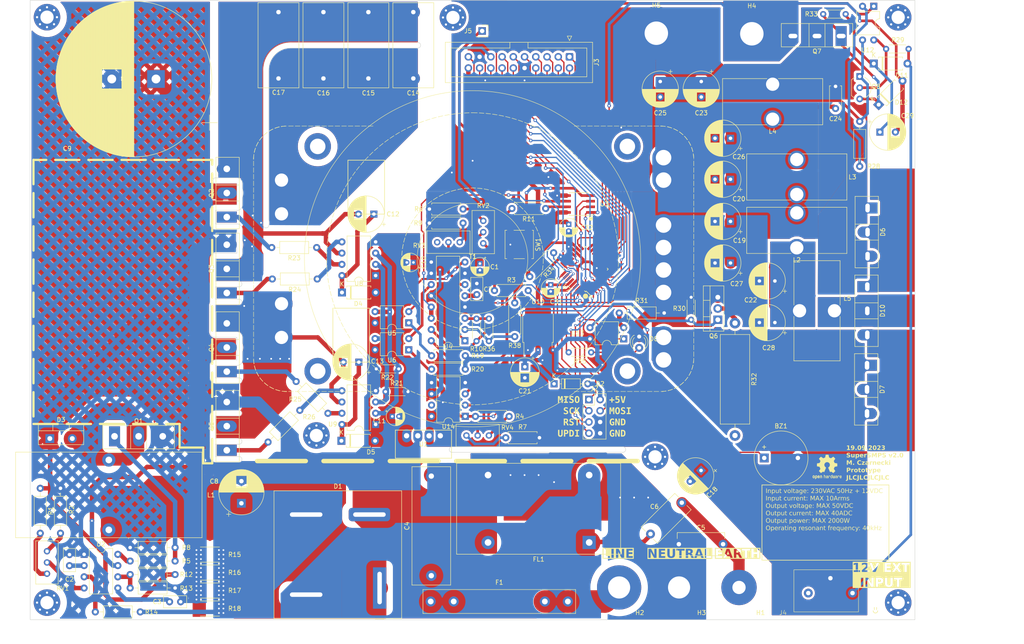
<source format=kicad_pcb>
(kicad_pcb (version 20221018) (generator pcbnew)
  (layers (0 "F.Cu" signal) (31 "B.Cu" signal) (34 "B.Paste" user) (35 "F.Paste" user) (36 "B.SilkS" user "B.Silkscreen") (37 "F.SilkS" user "F.Silkscreen") (38 "B.Mask" user) (39 "F.Mask" user) (44 "Edge.Cuts" user))
  (net 0 "")
  (net 1 "Net-(T1-AA)")
  (net 2 "Net-(D2-A)")
  (net 3 "Net-(T1-SA)")
  (net 4 "/rectified 300V")
  (net 5 "Net-(T1-SD)")
  (net 6 "Net-(Q2-S)")
  (net 7 "Net-(D4-K)")
  (net 8 "GND")
  (net 9 "300V clean")
  (net 10 "Net-(Q2-G)")
  (net 11 "Net-(Q3-G)")
  (net 12 "Net-(Q4-G)")
  (net 13 "GND1")
  (net 14 "VBUS")
  (net 15 "Net-(Q4-S)")
  (net 16 "+5V")
  (net 17 "/live filtered")
  (net 18 "/neut filtered")
  (net 19 "PFC1")
  (net 20 "+12V")
  (net 21 "Net-(Q5-G)")
  (net 22 "Earth")
  (net 23 "NEUT")
  (net 24 "+12VA")
  (net 25 "IBUS")
  (net 26 "Net-(R2-Pad1)")
  (net 27 "/PFC_SHUNT")
  (net 28 "PFC_ISENSE")
  (net 29 "Net-(U2-ICOMP)")
  (net 30 "Net-(U2-VCOMP)")
  (net 31 "Net-(C4-Pad1)")
  (net 32 "Net-(U4-CT)")
  (net 33 "Net-(U2-GATE)")
  (net 34 "Net-(U4-FB)")
  (net 35 "Net-(U2-VSENSE)")
  (net 36 "Net-(R6-Pad2)")
  (net 37 "Net-(U8-HIN)")
  (net 38 "Net-(U8-LIN)")
  (net 39 "Net-(U8-HO)")
  (net 40 "Net-(U8-LO)")
  (net 41 "Net-(U9-HO)")
  (net 42 "Net-(U9-LO)")
  (net 43 "Net-(U4-RT)")
  (net 44 "Net-(R7-Pad2)")
  (net 45 "Net-(U4-C1)")
  (net 46 "Net-(U4-C2)")
  (net 47 "Net-(U4-2IN-)")
  (net 48 "/7SEG_DEMUX_A")
  (net 49 "/7SEG_DEMUX_B")
  (net 50 "/7SEG_DEMUX_C")
  (net 51 "/7SEG_DEMUX_D")
  (net 52 "/7SEG_A")
  (net 53 "/7SEG_B")
  (net 54 "/7SEG_C")
  (net 55 "/7SEG_D")
  (net 56 "DAC_~{CS}")
  (net 57 "Net-(R3-Pad1)")
  (net 58 "Net-(U2-VINS)")
  (net 60 "Net-(R1-Pad2)")
  (net 61 "Net-(R4-Pad1)")
  (net 62 "Net-(R9-Pad1)")
  (net 63 "VAC")
  (net 64 "Net-(D5-K)")
  (net 65 "Net-(D3-A)")
  (net 66 "Net-(R34-Pad2)")
  (net 67 "BUZZER")
  (net 68 "SPI_MOSI")
  (net 69 "DISPLAY_~{CS}")
  (net 70 "SPI_CLK")
  (net 72 "UI_2")
  (net 73 "UI_3")
  (net 74 "Net-(Q6-G)")
  (net 75 "FAN_PWM")
  (net 76 "Net-(R31-Pad1)")
  (net 77 "CROWBAR")
  (net 78 "OUTPUT_CONTROL")
  (net 79 "Net-(Q6-D)")
  (net 80 "Net-(C19-Pad1)")
  (net 81 "Net-(C20-Pad1)")
  (net 82 "Net-(C22-Pad1)")
  (net 83 "Net-(D11-K)")
  (net 84 "VDC")
  (net 85 "LV_RECT")
  (net 86 "Net-(D12-K)")
  (net 87 "Net-(Q8-B)")
  (net 88 "Net-(R28-Pad1)")
  (net 89 "/+HALF_RECT")
  (net 90 "/-HALF_RECT")
  (net 93 "Net-(D8-A)")
  (net 94 "Net-(U7-PF4)")
  (net 95 "SPI_MISO")
  (net 96 "~{RESET}")
  (net 97 "UPDI")
  (net 98 "UI_1")
  (net 99 "UI_0")
  (net 100 "DAC_CUR")
  (net 101 "Net-(R19-Pad2)")
  (net 102 "Net-(R20-Pad2)")
  (net 103 "Net-(U4-1IN-)")
  (net 104 "DAC_VOL")
  (net 105 "Net-(U14A--)")
  (net 106 "DAC_REF")
  (net 108 "ADC_CUR")
  (net 109 "ADC_VOL")
  (footprint "Resistor_THT:R_Axial_DIN0207_L6.3mm_D2.5mm_P7.62mm_Horizontal" (layer "F.Cu") (at 129.54 88.392 -90)
    (fp_text reference "R38")
    (fp_text value "22")
  )
  (footprint "Resistor_THT:R_Axial_DIN0207_L6.3mm_D2.5mm_P10.16mm_Horizontal" (layer "F.Cu") (at 26.858 140.462 90)
    (fp_text reference "R2")
    (fp_text value "4.7k")
  )
  (footprint "Capacitor_THT:CP_Radial_D35.0mm_P10.00mm_SnapIn" (layer "F.Cu") (at 48.448 37.78 180)
    (fp_text reference "C9")
    (fp_text value "470u/400V")
  )
  (footprint "Capacitor_THT:C_Disc_D5.0mm_W2.5mm_P5.00mm" (layer "F.Cu") (at 202.057 44.45 90)
    (fp_text reference "C24")
    (fp_text value "1u/10V")
  )
  (footprint "MountingHole:MountingHole_3mm_Pad_Via" (layer "F.Cu") (at 216.215 156.144)
    (fp_text reference "REF**" hide)
    (fp_text value "MountingHole_3mm_Pad_Via")
  )
  (footprint "Resistor_THT:R_Axial_DIN0204_L3.6mm_D1.6mm_P5.08mm_Horizontal" (layer "F.Cu") (at 100.33 108.458)
    (fp_text reference "R21")
    (fp_text value "1k")
  )
  (footprint "Capacitor_THT:CP_Radial_D8.0mm_P3.50mm" (layer "F.Cu") (at 178.309651 79.375 180)
    (fp_text reference "C27")
    (fp_text value "100u/63V")
  )
  (footprint "Resistor_THT:R_Axial_DIN0207_L6.3mm_D2.5mm_P7.62mm_Horizontal" (layer "F.Cu") (at 118.364 103.378 180)
    (fp_text reference "R20")
    (fp_text value "330")
  )
  (footprint "Capacitor_THT:CP_Radial_D8.0mm_P3.50mm" (layer "F.Cu") (at 188.342651 92.837 180)
    (fp_text reference "C28")
    (fp_text value "100u/63V")
  )
  (footprint "MountingHole:MountingHole_5.3mm_M5_Pad" (layer "F.Cu") (at 161.544 27.432)
    (fp_text reference "H5")
    (fp_text value "- ")
  )
  (footprint "Resistor_THT:R_Axial_DIN0204_L3.6mm_D1.6mm_P5.08mm_Horizontal" (layer "F.Cu") (at 141.732 99.568)
    (fp_text reference "R35")
    (fp_text value "1k")
  )
  (footprint "Buzzer_Beeper:Buzzer_12x9.5RM7.6" (layer "F.Cu") (at 185.938 123.444)
    (fp_text reference "BZ1")
    (fp_text value "Buzzer")
  )
  (footprint "Potentiometer_THT:Potentiometer_Bourns_3296W_Vertical" (layer "F.Cu") (at 118.618 118.364 180)
    (fp_text reference "RV4")
    (fp_text value "10k")
  )
  (footprint "Resistor_THT:R_Axial_DIN0204_L3.6mm_D1.6mm_P5.08mm_Horizontal" (layer "F.Cu") (at 123.698 91.948 -90)
    (fp_text reference "R36")
    (fp_text value "10k")
  )
  (footprint "Connector_PinHeader_2.54mm:PinHeader_2x04_P2.54mm_Vertical" (layer "F.Cu") (at 146.304 110.236)
    (fp_text reference "J2")
    (fp_text value "programmer")
  )
  (footprint "Resistor_SMD:R_2512_6332Metric_Pad1.40x3.35mm_HandSolder" (layer "F.Cu") (at 60.64 153.416 180)
    (fp_text reference "R17")
    (fp_text value "300m")
  )
  (footprint "Capacitor_THT:CP_Radial_D8.0mm_P3.50mm" (layer "F.Cu") (at 171.704 38.352349 -90)
    (fp_text reference "C23")
    (fp_text value "100u/63V")
  )
  (footprint "Package_TO_SOT_THT:TO-247-3_Vertical" (layer "F.Cu") (at 209.169 102.5 -90)
    (fp_text reference "D7")
    (fp_text value "S60SC6MT")
  )
  (footprint "Connector_IDC:IDC-Header_2x10_P2.54mm_Vertical" (layer "F.Cu") (at 141.92 32.766 -90)
    (fp_text reference "J3")
    (fp_text value "Front_Panel")
  )
  (footprint "Resistor_THT:R_Axial_DIN0207_L6.3mm_D2.5mm_P10.16mm_Horizontal" (layer "F.Cu") (at 80.96 112.673898 -135)
    (fp_text reference "R26")
    (fp_text value "3.3")
  )
  (footprint "Capacitor_THT:C_Disc_D5.0mm_W2.5mm_P2.50mm" (layer "F.Cu") (at 120.965 86.508 90)
    (fp_text reference "C7")
    (fp_text value "1n")
  )
  (footprint "Connector_PinSocket_2.54mm:PinSocket_1x01_P2.54mm_Vertical" (layer "F.Cu") (at 122.174 26.924)
    (fp_text reference "J5")
    (fp_text value "Wire (it's copper)")
  )
  (footprint "Fuse:Fuseholder_Littelfuse_445_030_series_5x30mm" (layer "F.Cu") (at 141.545 155.89 180)
    (fp_text reference "F1")
    (fp_text value "Fuse")
  )
  (footprint "Package_DIP:DIP-4_W7.62mm" (layer "F.Cu") (at 210.698 21.346 -90)
    (fp_text reference "U12")
    (fp_text value "TLP421P")
  )
  (footprint "MountingHole:MountingHole_3mm_Pad_Via" (layer "F.Cu") (at 216.215 23.846)
    (fp_text reference "REF**" hide)
    (fp_text value "MountingHole_3mm_Pad_Via")
  )
  (footprint "Capacitor_THT:C_Rect_L19.0mm_W9.0mm_P15.00mm_MKS4" (layer "F.Cu") (at 76.134 22.66 -90)
    (fp_text reference "C17")
    (fp_text value "0.33u")
  )
  (footprint "MountingHole:MountingHole_6mm_Pad" (layer "F.Cu") (at 166.685 152.715 180)
    (fp_text reference "H3")
    (fp_text value "NEUTRAL")
  )
  (footprint "Package_QFP:TQFP-32_7x7mm_P0.8mm" (layer "F.Cu") (at 145.542 80.772 135)
    (fp_text reference "U7")
    (fp_text value "AVR64DA32x-xPT")
  )
  (footprint "Resistor_THT:R_Axial_DIN0207_L6.3mm_D2.5mm_P7.62mm_Horizontal" (layer "F.Cu") (at 138.330077 77.061923 -135)
    (fp_text reference "R34")
    (fp_text value "330")
  )
  (footprint "Resistor_THT:R_Axial_DIN0207_L6.3mm_D2.5mm_P7.62mm_Horizontal" (layer "F.Cu") (at 124.968 85.598)
    (fp_text reference "R3")
    (fp_text value "330k")
  )
  (footprint "Package_TO_SOT_THT:TO-247-3_Vertical" (layer "F.Cu") (at 64.45 86.145 90)
    (fp_text reference "Q3")
    (fp_text value "IRFP360")
  )
  (footprint "Resistor_THT:R_Axial_Power_L20.0mm_W6.4mm_P25.40mm" (layer "F.Cu") (at 179.324 92.964 -90)
    (fp_text reference "R32")
    (fp_text value "1/5W")
  )
  (footprint "MountingHole:MountingHole_6mm_Pad" (layer "F.Cu") (at 180.235 152.715 180)
    (fp_text reference "H1")
    (fp_text value "EARTH")
  )
  (footprint "Capacitor_THT:C_Disc_D5.0mm_W2.5mm_P2.50mm" (layer "F.Cu") (at 28.89 147.788 90)
    (fp_text reference "C2")
    (fp_text value "10n")
  )
  (footprint "Capacitor_THT:CP_Radial_D4.0mm_P1.50mm" (layer "F.Cu") (at 101.854 114.046)
    (fp_text reference "C11")
    (fp_text value "1u")
  )
  (footprint "Resistor_THT:R_Axial_DIN0207_L6.3mm_D2.5mm_P10.16mm_Horizontal" (layer "F.Cu") (at 207.518 57.531 90)
    (fp_text reference "R28")
    (fp_text value "330")
  )
  (footprint "Capacitor_THT:C_Disc_D5.0mm_W2.5mm_P2.50mm" (layer "F.Cu") (at 51.516 155.956)
    (fp_text reference "C3")
    (fp_text value "10n")
  )
  (footprint "Capacitor_THT:CP_Radial_D4.0mm_P1.50mm" (layer "F.Cu") (at 121.666 79.502 -90)
    (fp_text reference "C1")
    (fp_text value "1u/50V")
  )
  (footprint "Package_DIP:DIP-8_W7.62mm" (layer "F.Cu") (at 98.095 82.22 180)
    (fp_text reference "U8")
    (fp_text value "FAN7382")
  )
  (footprint "Resistor_THT:R_Axial_DIN0207_L6.3mm_D2.5mm_P7.62mm_Horizontal" (layer "F.Cu") (at 110.236 67.183)
    (fp_text reference "R6")
    (fp_text value "36k")
  )
  (footprint "Package_TO_SOT_THT:TO-247-3_Vertical" (layer "F.Cu") (at 64.45 103.925 90)
    (fp_text reference "Q4")
    (fp_text value "IRFP360")
  )
  (footprint "Resistor_SMD:R_2512_6332Metric_Pad1.40x3.35mm_HandSolder" (layer "F.Cu") (at 60.64 157.48 180)
    (fp_text reference "R18")
    (fp_text value "300m")
  )
  (footprint "Resistor_THT:R_Axial_DIN0207_L6.3mm_D2.5mm_P10.16mm_Horizontal" (layer "F.Cu") (at 42.606 143.698)
    (fp_text reference "R8")
    (fp_text value "100k")
  )
  (footprint "Button_Switch_SMD:SW_Push_1P1T_NO_CK_KSC6xxJ" (layer "F.Cu") (at 130.556 75.184 90)
    (fp_text reference "SW1")
    (fp_text value "SW_Push")
  )
  (footprint "Capacitor_THT:CP_Radial_D8.0mm_P3.50mm" (layer "F.Cu") (at 178.309651 51.181 180)
    (fp_text reference "C26")
    (fp_text value "100u/63V")
  )
  (footprint "Package_DIP:DIP-8_W7.62mm" (layer "F.Cu") (at 32.202 145.232)
    (fp_text reference "U2")
    (fp_text value "ICE1PCS02")
  )
  (footprint "Resistor_SMD:R_2512_6332Metric_Pad1.40x3.35mm_HandSolder" (layer "F.Cu") (at 60.64 149.352 180)
    (fp_text reference "R16")
    (fp_text value "300m")
  )
  (footprint "Capacitor_THT:CP_Radial_D8.0mm_P3.50mm" (layer "F.Cu") (at 94.296651 101.788 180)
    (fp_text reference "C13")
    (fp_text value "470u")
  )
  (footprint "Resistor_THT:R_Axial_DIN0207_L6.3mm_D2.5mm_P10.16mm_Horizontal" (layer "F.Cu") (at 87.31 113.345 135)
    (fp_text reference "R25")
    (fp_text value "3.3")
  )
  (footprint "MountingHole:MountingHole_3mm_Pad_Via" (layer "F.Cu") (at 115.57 23.876)
    (fp_text reference "REF**" hide)
    (fp_text value "MountingHole_3mm_Pad_Via")
  )
  (footprint "Capacitor_THT:CP_Radial_D8.0mm_P3.50mm" (layer "F.Cu") (at 178.308 60.452 180)
    (fp_text reference "C20")
    (fp_text value "100u/63V")
  )
  (footprint "Symbol:OSHW-Logo2_7.3x6mm_SilkScreen" (layer "F.Cu") (at 200.152 125.476)
    (fp_text reference "REF**" hide)
    (fp_text value "OSHW-Logo2_7.3x6mm_SilkScreen" hide)
  )
  (footprint "Inductor_THT:L_Toroid_Vertical_L22.4mm_W10.2mm_P7.90mm_Vishay_TJ4" (layer "F.Cu") (at 201.816 90.17 -90)
    (fp_text reference "L5")
    (fp_text value "3.2u")
  )
  (footprint "Diode_THT:D_DO-35_SOD27_P7.62mm_Horizontal" (layer "F.Cu") (at 138.43 106.68)
    (fp_text reference "D2")
    (fp_text value "BAT48RL")
  )
  (footprint "Capacitor_THT:CP_Radial_D8.0mm_P3.50mm" (layer "F.Cu") (at 212.09 49.784)
    (fp_text reference "C29")
    (fp_text value "470u/16V")
  )
  (footprint "Package_DIP:DIP-4_W7.62mm" (layer "F.Cu") (at 105.588 92.903 180)
    (fp_text reference "U5")
    (fp_text value "TLP421P")
  )
  (footprint "MountingHole:MountingHole_6mm_Pad" (layer "F.Cu") (at 153.135 152.715 180)
    (fp_text reference "H2")
    (fp_text value "LIVE")
  )
  (footprint "Inductor_THT:L_Toroid_Vertical_L22.4mm_W10.2mm_P7.90mm_Vishay_TJ4" (layer "F.Cu") (at 193.294 63.881 180)
    (fp_text reference "L3")
    (fp_text value "3.2u")
  )
  (footprint "Potentiometer_THT:Potentiometer_Bourns_3296W_Vertical" (layer "F.Cu") (at 122.428 74.93 -90)
    (fp_text reference "RV2")
    (fp_text value "10k")
  )
  (footprint "Capacitor_THT:CP_Radial_D8.0mm_P3.50mm" (layer "F.Cu") (at 178.309651 69.977 180)
    (fp_text reference "C19")
    (fp_text value "100u/63V")
  )
  (footprint "Capacitor_THT:CP_Radial_D6.3mm_P2.50mm" (layer "F.Cu") (at 131.826 102.830621 -90)
    (fp_text reference "C21")
    (fp_text value "220u/6.3V")
  )
  (footprint "Resistor_THT:R_Axial_DIN0207_L6.3mm_D2.5mm_P7.62mm_Horizontal" (layer "F.Cu") (at 128.27 114.046 180)
    (fp_text reference "R4")
    (fp_text value "560k")
  )
  (footprint "Resistor_THT:R_Axial_DIN0207_L6.3mm_D2.5mm_P7.62mm_Horizontal" (layer "F.Cu") (at 118.364 100.33 180)
    (fp_text reference "R19")
    (fp_text value "330")
  )
  (footprint "Resistor_THT:R_Axial_DIN0204_L3.6mm_D1.6mm_P5.08mm_Horizontal" (layer "F.Cu") (at 103.312 103.312 180)
    (fp_text reference "R22")
    (fp_text value "1k")
  )
  (footprint "Package_TO_SOT_THT:TO-247-3_Vertical" (layer "F.Cu") (at 64.45 121.705 90)
    (fp_text reference "Q5")
    (fp_text value "IRFP360")
  )
  (footprint "Package_TO_SOT_THT:TO-247-3_Vertical" (layer "F.Cu") (at 203.316 28.067 180)
    (fp_text reference "Q7")
    (fp_text value "IRFP3006")
  )
  (footprint "Potentiometer_THT:Potentiometer_Bourns_3296W_Vertical" (layer "F.Cu") (at 112.014 74.676 180)
    (fp_text reference "RV3")
    (fp_text value "10k")
  )
  (footprint "Potentiometer_THT:Potentiometer_Bourns_3296W_Vertical" (layer "F.Cu") (at 23.81 149.606 -90)
    (fp_text reference "RV1")
    (fp_text value "10k")
  )
  (footprint "Package_DIP:DIP-8_W7.62mm" (layer "F.Cu") (at 118.354 114.036 180)
    (fp_text reference "U14")
    (fp_text value "NE5532")
  )
  (footprint "Inductor_THT:L_Toroid_Vertical_L22.4mm_W10.2mm_P7.90mm_Vishay_TJ4" (layer "F.Cu") (at 193.294 75.946 180)
    (fp_text reference "L2")
    (fp_text value "3.2u")
  )
  (footprint "Package_SO:PowerIntegrations_SO-8" (layer "F.Cu") (at 143.952 66.04 180)
    (fp_text reference "U3")
    (fp_text value "TLV5638")
  )
  (footprint "Capacitor_THT:C_Rect_L19.0mm_W9.0mm_P15.00mm_MKS4" (layer "F.Cu") (at 106.614 22.66 -90)
    (fp_text reference "C14")
    (fp_text value "0.33u")
  )
  (footprint "Resistor_THT:R_Axial_DIN0207_L6.3mm_D2.5mm_P10.16mm_Horizontal" (layer "F.Cu") (at 42.606 146.746)
    (fp_text reference "R5")
    (fp_text value "3.3")
  )
  (footprint "MountingHole:MountingHole_3mm_Pad_Via" (layer "F.Cu") (at 84.709 118.364)
    (fp_text reference "REF**" hide)
    (fp_text value "MountingHole_3mm_Pad_Via")
  )
  (footprint "Package_DIP:DIP-4_W7.62mm" (layer "F.Cu") (at 154.168 96.525 180)
    (fp_text reference "U13")
    (fp_text value "TLP421P")
  )
  (footprint "Resistor_THT:R_Axial_DIN0204_L3.6mm_D1.6mm_P5.08mm_Horizontal" (layer "F.Cu") (at 218.567 30.988 180)
    (fp_text reference "R29")
    (fp_text value "10k")
  )
  (footprint "Resistor_THT:R_Axial_DIN0207_L6.3mm_D2.5mm_P10.16mm_Horizontal" (layer "F.Cu") (at 44.892 158.242 180)
    (fp_text reference "R14")
    (fp_text value "220")
  )
  (footprint "MountingHole:MountingHole_5.3mm_M5_Pad" (layer "F.Cu") (at 183.134 27.559)
    (fp_text reference "H4")
    (fp_text value "+")
  )
  (footprint "Resistor_THT:R_Axial_DIN0207_L6.3mm_D2.5mm_P10.16mm_Horizontal" (layer "F.Cu") (at 22.286 130.302 -90)
    (fp_text reference "R1")
    (fp_text value "330k")
  )
  (footprint "Capacitor_THT:CP_Radial_D8.0mm_P3.50mm" (layer "F.Cu") (at 171.655397 126.270563 -135)
    (fp_text reference "C18")
    (fp_text value "470u/16V")
  )
  (footprint "Capacitor_THT:CP_Radial_D8.0mm_P3.50mm" (layer "F.Cu") (at 162.433 38.352349 -90)
    (fp_text reference "C25")
    (fp_text value "100u/63V")
  )
  (footprint "Package_TO_SOT_THT:TO-247-3_Vertical" (layer "F.Cu") (at 39.072 118.552)
    (fp_text reference "Q1")
    (fp_text value "IRFP360")
  )
  (footprint "Inductor_THT:L_CommonMode_Toroid_Vertical_L36.8mm_W20.3mm_Px15.24mm_Py22.86mm_Bourns_8100" (layer "F.Cu") (at 146.365 142.55 180)
    (fp_text reference "FL1")
    (fp_text value "Filter_EMI_CommonMode")
  )
  (footprint "Resistor_THT:R_Axial_DIN0207_L6.3mm_D2.5mm_P10.16mm_Horizontal" (layer "F.Cu") (at 52.766 152.842 180)
    (fp_text reference "R13")
    (fp_text value "15k")
  )
  (footprint "Resistor_THT:R_Axial_DIN0204_L3.6mm_D1.6mm_P5.08mm_Horizontal" (layer "F.Cu") (at 204.343 23.114 180)
    (fp_text reference "R33")
    (fp_text value "1k")
  )
  (footprint "Resistor_THT:R_Axial_DIN0207_L6.3mm_D2.5mm_P7.62mm_Horizontal" (layer "F.Cu") (at 135.128 118.872 180)
    (fp_text reference "R7")
    (fp_text value "6.8k")
  )
  (footprint "Capacitor_THT:CP_Radial_D10.0mm_P5.00mm" (layer "F.Cu") (at 67.752 133.685677 90)
    (fp_text reference "C8")
    (fp_text value "6.8u/400V")
  )
  (footprint "Package_DIP:DIP-16_W7.62mm" (layer "F.Cu") (at 118.288 96.947 180)
    (fp_text reference "U4")
    (fp_text value "TL494")
  )
  (footprint "Package_TO_SOT_SMD:TO-252-3_TabPin2" (layer "F.Cu") (at 134.802 94.02 90)
    (fp_text reference "U10")
    (fp_text value "LM1117DT-5.0")
  )
  (footprint "Resistor_THT:R_Axial_DIN0207_L6.3mm_D2.5mm_P10.16mm_Horizontal" (layer "F.Cu") (at 84.897 82.992 180)
    (fp_text reference "R24")
    (fp_text value "3.3")
  )
  (footprint "Resistor_THT:R_Axial_DIN0207_L6.3mm_D2.5mm_P10.16mm_Horizontal" (layer "F.Cu") (at 153.162 90.678)
    (fp_text reference "R31")
    (fp_text value "330")
  )
  (footprint "Resistor_THT:R_Axial_DIN0207_L6.3mm_D2.5mm_P7.62mm_Horizontal" (layer "F.Cu") (at 117.856 70.358 180)
    (fp_text reference "R9")
    (fp_text value "5.1k")
  )
  (footprint "Diode_THT:D_A-405_P7.62mm_Horizontal" (layer "F.Cu") (at 210.693 34.29)
    (fp_text reference "D11")
    (fp_text value "IN4002")
  )
  (footprint "Diode_THT:D_A-405_P7.62mm_Horizontal" (layer "F.Cu") (at 90.358 119.568)
    (fp_text reference "D5")
    (fp_text value "IN4002")
  )
  (footprint "Package_DIP:DIP-4_W7.62mm" (layer "F.Cu") (at 105.588 98.999 180)
    (fp_text reference "U6")
    (fp_text value "TLP421P")
  )
  (footprint "Resistor_THT:R_Axial_DIN0207_L6.3mm_D2.5mm_P7.62mm_Horizontal" (layer "F.Cu") (at 136.525 67.056 180)
    (fp_text reference "R11")
    (fp_text value "22")
  )
  (footprint "Capacitor_THT:CP_Radial_D8.0mm_P3.50mm" (layer "F.Cu") (at 97.697822 68.326 180)
    (fp_text reference "C12")
    (fp_text value "470u")
  )
  (footprint "Capacitor_THT:C_Disc_D10.5mm_W5.0mm_P10.00mm" (layer "F.Cu") (at 166.638 142.936)
    (fp_text reference "C5")
    (fp_text value "4.7n")
  )
  (footprint "Resistor_THT:R_Axial_DIN0204_L3.6mm_D1.6mm_P5.08mm_Horizontal" (layer "F.Cu") (at 169.418 92.202 90)
    (fp_text reference "R30")
    (fp_text value "10k")
  )
  (footprint "Capacitor_THT:C_Disc_D10.5mm_W5.0mm_P10.00mm" (layer "F.Cu") (at 160.228466 140.629534 45)
    (fp_text reference "C6")
    (fp_text value "4.7n")
  )
  (footprint "Package_DIP:DIP-8_W7.62mm" (layer "F.Cu") (at 98.095 115.875 180)
    (fp_text reference "U9")
    (fp_text value "FAN7382")
  )
  (footprint "Capacitor_THT:CP_Radial_D4.0mm_P1.50mm" (layer "F.Cu") (at 137.668 84.304 -90)
    (fp_text reference "C31")
    (fp_text value "1u/50V")
  )
  (footprint "Capacitor_THT:C_Rect_L26.5mm_W8.5mm_P22.50mm_MKS4" (layer "F.Cu") (at 110.678 150.048 90)
    (fp_text reference "C4")
    (fp_text value "0.47u")
  )
  (footprint "Capacitor_THT:CP_Radial_D8.0mm_P3.50mm" (layer "F.Cu") (at 188.342651 83.439 180)
    (fp_text reference "C22")
    (fp_text value "100u/63V")
  )
  (footprint "Capacitor_THT:C_Rect_L19.0mm_W9.0mm_P15.00mm_MKS4" (layer "F.Cu") (at 86.294 22.66 -90)
    (fp_text reference "C16")
    (fp_text value "0.33u")
  )
  (footprint "Resistor_THT:R_Axial_DIN0204_L3.6mm_D1.6mm_P5.08mm_Horizontal" (layer "F.Cu") (at 120.904 97.028 90)
    (fp_text reference "R10")
    (fp_text value "10k")
  )
  (footprint "Package_TO_SOT_THT:TO-220-2_Vertical" (layer "F.Cu") (at 24.445 119.06)
    (fp_text reference "D3")
    (fp_text value "FES16JT")
  )
  (footprint "Resistor_THT:R_Axial_DIN0207_L6.3mm_D2.5mm_P10.16mm_Horizontal" (layer "F.Cu") (at 84.77 75.88 180)
    (fp_text reference "R23")
    (fp_text value "3.3")
  )
  (footprint "LED_THT:LED_D3.0mm" (layer "F.Cu") (at 157.668 96.012 -90)
    (fp_text reference "D8")
    (fp_text value "RUN")
  )
  (footprint "Capacitor_THT:C_Rect_L19.0mm_W9.0mm_P15.00mm_MKS4" (layer "F.Cu") (at 96.454 22.66 -90)
    (fp_text reference "C15")
    (fp_text value "0.33u")
  )
  (footprint "Diode_THT:D_A-405_P7.62mm_Horizontal" (layer "F.Cu") (at 90.485 86.04)
    (fp_text reference "D4")
    (fp_text value "IN4002")
  )
  (footprint "MountingHole:MountingHole_3mm_Pad_Via" (layer "F.Cu") (at 23.81 23.81)
    (fp_text reference "REF**" hide)
    (fp_text value "MountingHole_3mm_Pad_Via")
  )
  (footprint "Capacitor_THT:CP_Radial_D4.0mm_P1.50mm" (layer "F.Cu") (at 141.732 70.636 -90)
    (fp_text reference "C32")
    (fp_text value "1u/50V")
  )
  (footprint "custom:aosi connector 3 pin 45 degrees" (layer "F.Cu") (at 200.895 150.625 180)
    (fp_text reference "J4")
    (fp_text value "Conn_01x03_Socket")
  )
  (footprint "custom:BIG toroid max custom" (layer "F.Cu") (at 120 78.42)
    (fp_text reference "T1")
    (fp_text value "Transformer_1P_2S")
  )
  (footprint "Inductor_THT:L_Toroid_Vertical_L41.9mm_W19.1mm_P15.80mm_Vishay_TJ7" (layer "F.Cu") (at 37.78 139.7 180)
    (fp_text reference "L1")
    (fp_text value "5u")
  )
  (footprint "MountingHole:MountingHole_3mm_Pad_Via" (layer "F.Cu") (at 23.81 156.144)
    (fp_text reference "REF**" hide)
    (fp_text value "MountingHole_3mm_Pad_Via")
  )
  (footprint "Diode_THT:D_A-405_P7.62mm_Horizontal" (layer "F.Cu") (at 211.808924 43.588077 45)
    (fp_text reference "D12")
    (fp_text value "12V")
  )
  (footprint "Diode_THT:Diode_Bridge_GeneSiC_KBPC_T" (layer "F.Cu") (at 98.994 152.842 180)
    (fp_text reference "D1")
    (fp_text value "kbpc1510")
  )
  (footprint "Capacitor_THT:CP_Radial_D4.0mm_P1.50mm" (layer "F.Cu") (at 106.640599 79.248 180)
    (fp_text reference "C10")
    (fp_text value "1u")
  )
  (footprint "Package_TO_SOT_THT:TO-247-3_Vertical" (layer "F.Cu") (at 209.296 66.94 -90)
    (fp_text reference "D6")
    (fp_text value "S60SC6MT")
  )
  (footprint "Resistor_THT:R_Axial_DIN0207_L6.3mm_D2.5mm_P10.16mm_Horizontal" (layer "F.Cu") (at 52.766 149.794 180)
    (fp_text reference "R12")
    (fp_text value "910k")
  )
  (footprint "Package_TO_SOT_THT:TO-92_Inline_Wide" (layer "F.Cu") (at 207.518 37.211 -90)
    (fp_text reference "Q8")
    (fp_text value "MPSA42")
  )
  (footprint "Inductor_THT:L_Toroid_Vertical_L22.4mm_W10.2mm_P7.90mm_Vishay_TJ4" (layer "F.Cu") (at 187.833 46.863 180)
    (fp_text reference "L4")
    (fp_text value "3.958u")
  )
  (footprint "Package_TO_SOT_THT:TO-247-3_Vertical" (layer "F.Cu") (at 64.45 69 90)
    (fp_text reference "Q2")
    (fp_text value "IRFP360")
  )
  (footprint "Resistor_SMD:R_2512_6332Metric_Pad1.40x3.35mm_HandSolder" (layer "F.Cu") (at 60.64 145.288 180)
    (fp_text reference "R15")
    (fp_text value "300m")
  )
  (footprint "MountingHole:MountingHole_3mm_Pad_Via" (layer "F.Cu") (at 161.26 123.19)
    (fp_text reference "REF**" hide)
    (fp_text value "MountingHole_3mm_Pad_Via")
  )
  (footprint "Package_TO_SOT_THT:TO-247-3_Vertical" (layer "F.Cu") (at 209.23 84.731 -90)
    (fp_text reference "D10")
    (fp_text value "S60SC6MT")
  )
  (footprint "custom:SIP-4" (layer "F.Cu") (at 108.9 120.33 180)
    (fp_text reference "U1")
    (fp_text value "BS1212S")
  )
  (footprint "Package_TO_SOT_THT:TO-220-3_Vertical" (layer "F.Cu") (at 175.443 92.202 90)
    (fp_text reference "Q6")
    (fp_text value "IRFZ44N")
  )
  (gr_rect (start 56.83 143.51) (end 59.624 159.258) (stroke (width 0.2)) (fill solid) (layer "F.Cu"))
  (gr_rect (start 61.656 143.51) (end 64.45 159.258) (stroke (width 0.2)) (fill solid) (layer "F.Cu"))
  (gr_line (start 146.266331 87.155601) (end 147.104283 87.153371) (stroke (width 0.15)) (layer "F.SilkS"))
  (gr_rect (start 91.829473 56.134) (end 100.110822 68.326) (stroke (width 0.15)) (fill none) (layer "F.SilkS"))
  (gr_circle (center 146.746 69.342) (end 146.365 69.215) (stroke (width 0.15)) (fill solid) (layer "F.SilkS"))
  (gr_arc (start 211.582 157.988) (mid 211.074 158.496) (end 210.566 157.988) (stroke (width 0.15)) (layer "F.SilkS"))
  (gr_line (start 146.684192 86.735511) (end 147.104283 87.153371) (stroke (width 0.15)) (layer "F.SilkS"))
  (gr_line (start 71.308 124.14) (end 159.065 124.14) (stroke (width 1) (type dash)) (layer "F.SilkS"))
  (gr_line (start 210.82 157.734) (end 210.82 157.226) (stroke (width 0.15)) (layer "F.SilkS"))
  (gr_line (start 211.328 157.734) (end 211.328 157.226) (stroke (width 0.15)) (layer "F.SilkS"))
  (gr_poly (pts (xy 20.762 115.757781) (xy 53.782 115.757781) (xy 53.782 121.091781) (xy 59.116 121.091781) (xy 59.116 124.647781) (xy 61.148 124.647781) (xy 61.148 56.067781) (xy 20.762 56.067781)) (stroke (width 0.5) (type dash)) (fill none) (layer "F.SilkS"))
  (gr_circle (center 145.542 86.878574) (end 145.188446 87.232127) (stroke (width 0.15)) (fill solid) (layer "F.SilkS"))
  (gr_line (start 146.266331 87.155601) (end 146.684192 86.735511) (stroke (width 0.15)) (layer "F.SilkS"))
  (gr_rect (start 88.426651 89.596) (end 96.708 101.788) (stroke (width 0.15)) (fill none) (layer "F.SilkS"))
  (gr_arc (start 60.64 78.42) (mid 61.011974 77.521974) (end 61.91 77.15) (stroke (width 0.1)) (layer "Edge.Cuts"))
  (gr_line (start 61.91 67.498) (end 66.736 67.498) (stroke (width 0.1)) (layer "Edge.Cuts"))
  (gr_line (start 66.736 78.42) (end 61.91 78.42) (stroke (width 0.1)) (layer "Edge.Cuts"))
  (gr_arc (start 115.377 122.174) (mid 114.742 121.539) (end 115.377 120.904) (stroke (width 0.1)) (layer "Edge.Cuts"))
  (gr_arc (start 107.63 29.525) (mid 108.265 30.16) (end 107.63 30.795) (stroke (width 0.1)) (layer "Edge.Cuts"))
  (gr_line (start 67.2186 113.9546) (end 61.91 113.9292) (stroke (width 0.1)) (layer "Edge.Cuts"))
  (gr_line (start 60.64 82.865) (end 60.64 78.42) (stroke (width 0.1)) (layer "Edge.Cuts"))
  (gr_line (start 66.736 94.93) (end 61.91 94.93) (stroke (width 0.1)) (layer "Edge.Cuts"))
  (gr_arc (start 67.244 83.5) (mid 67.879 84.135) (end 67.244 84.77) (stroke (width 0.1)) (layer "Edge.Cuts"))
  (gr_line (start 61.91 105.344) (end 61.91 102.55) (stroke (width 0.1)) (layer "Edge.Cuts"))
  (gr_line (start 66.736 101.28) (end 66.736 96.2) (stroke (width 0.1)) (layer "Edge.Cuts"))
  (gr_line (start 68.006 71.816) (end 68.006 77.15) (stroke (width 0.1)) (layer "Edge.Cuts"))
  (gr_line (start 60.64 94.93) (end 60.64 90.485) (stroke (width 0.1)) (layer "Edge.Cuts"))
  (gr_line (start 68.006 101.28) (end 68.006 96.2) (stroke (width 0.1)) (layer "Edge.Cuts"))
  (gr_line (start 61.91 70.546) (end 66.736 70.546) (stroke (width 0.1)) (layer "Edge.Cuts"))
  (gr_line (start 79.055 29.525) (end 107.63 29.525) (stroke (width 0.1)) (layer "Edge.Cuts"))
  (gr_line (start 66.736 77.15) (end 66.736 71.816) (stroke (width 0.1)) (layer "Edge.Cuts"))
  (gr_line (start 66.736 71.816) (end 61.91 71.816) (stroke (width 0.1)) (layer "Edge.Cuts"))
  (gr_line (start 60.64 84.135) (end 60.64 82.865) (stroke (width 0.1)) (layer "Edge.Cuts"))
  (gr_arc (start 68.006 77.15) (mid 67.634026 78.048026) (end 66.736 78.42) (stroke (width 0.1)) (layer "Edge.Cuts"))
  (gr_line (start 61.91 70.546) (end 61.91 67.498) (stroke (width 0.1)) (layer "Edge.Cuts"))
  (gr_arc (start 67.244 87.564) (mid 67.879 88.199) (end 67.244 88.834) (stroke (width 0.1)) (layer "Edge.Cuts"))
  (gr_line (start 61.91 112.71) (end 67.2186 112.6846) (stroke (width 0.1)) (layer "Edge.Cuts"))
  (gr_line (start 61.91 83.5) (end 61.91 78.42) (stroke (width 0.1)) (layer "Edge.Cuts"))
  (gr_line (start 61.91 105.344) (end 67.244 105.344) (stroke (width 0.1)) (layer "Edge.Cuts"))
  (gr_line (start 60.64 90.485) (end 60.64 89.215) (stroke (width 0.1)) (layer "Edge.Cuts"))
  (gr_line (start 61.91 87.564) (end 67.244 87.564) (stroke (width 0.1)) (layer "Edge.Cuts"))
  (gr_line (start 153.985 120.904) (end 115.377 120.904) (stroke (width 0.1)) (layer "Edge.Cuts"))
  (gr_arc (start 68.006 101.28) (mid 67.634026 102.178026) (end 66.736 102.55) (stroke (width 0.1)) (layer "Edge.Cuts"))
  (gr_rect (start 20 20) (end 220 160) (stroke (width 0.1)) (fill none) (layer "Edge.Cuts"))
  (gr_arc (start 72.70127 35.883012) (mid 74.512717 31.339508) (end 79.055 29.525) (stroke (width 0.1)) (layer "Edge.Cuts"))
  (gr_line (start 66.355 77.15) (end 66.736 77.15) (stroke (width 0.1)) (layer "Edge.Cuts"))
  (gr_arc (start 61.91 61.402) (mid 61.275 60.767) (end 61.91 60.132) (stroke (width 0.1)) (layer "Edge.Cuts"))
  (gr_line (start 66.736 101.28) (end 61.91 101.28) (stroke (width 0.1)) (layer "Edge.Cuts"))
  (gr_line (start 72.705 70.8) (end 72.705 35.875) (stroke (width 0.1)) (layer "Edge.Cuts"))
  (gr_line (start 61.91 119.06) (end 67.244 119.06) (stroke (width 0.1)) (layer "Edge.Cuts"))
  (gr_line (start 61.91 113.9292) (end 61.91 119.06) (stroke (width 0.1)) (layer "Edge.Cuts"))
  (gr_line (start 67.244 120.33) (end 61.91 120.33) (stroke (width 0.1)) (layer "Edge.Cuts"))
  (gr_line (start 60.64 118.425) (end 60.64 113.98) (stroke (width 0.1)) (layer "Edge.Cuts"))
  (gr_arc (start 73.975 70.8) (mid 73.34 71.435) (end 72.705 70.8) (stroke (width 0.1)) (layer "Edge.Cuts"))
  (gr_arc (start 61.91 96.2) (mid 61.011974 95.828026) (end 60.64 94.93) (stroke (width 0.1)) (layer "Edge.Cuts"))
  (gr_arc (start 67.244 123.124) (mid 67.879 123.759) (end 67.244 124.394) (stroke (width 0.1)) (layer "Edge.Cuts"))
  (gr_line (start 61.91 102.55) (end 66.736 102.55) (stroke (width 0.1)) (layer "Edge.Cuts"))
  (gr_arc (start 66.736 70.546) (mid 67.634026 70.917974) (end 68.006 71.816) (stroke (width 0.1)) (layer "Edge.Cuts"))
  (gr_line (start 67.999697 66.35437) (end 68.012334 61.402) (stroke (width 0.1)) (layer "Edge.Cuts"))
  (gr_arc (start 67.2186 112.6846) (mid 67.8536 113.3196) (end 67.2186 113.9546) (stroke (width 0.1)) (layer "Edge.Cuts"))
  (gr_line (start 61.91 60.132) (end 66.736 60.132) (stroke (width 0.1)) (layer "Edge.Cuts"))
  (gr_line (start 66.736 61.402) (end 66.736 66.228) (stroke (width 0.1)) (layer "Edge.Cuts"))
  (gr_line (start 61.91 96.2) (end 66.736 96.2) (stroke (width 0.1)) (layer "Edge.Cuts"))
  (gr_line (start 67.244 124.394) (end 61.91 124.394) (stroke (width 0.1)) (layer "Edge.Cuts"))
  (gr_line (start 66.736 66.228) (end 61.91 66.228) (stroke (width 0.1)) (layer "Edge.Cuts"))
  (gr_line (start 61.91 83.5) (end 67.244 83.5) (stroke (width 0.1)) (layer "Edge.Cuts"))
  (gr_line (start 107.63 30.795) (end 79.055 30.795) (stroke (width 0.1)) (layer "Edge.Cuts"))
  (gr_line (start 60.64 70.546) (end 60.64 67.498) (stroke (width 0.1)) (layer "Edge.Cuts"))
  (gr_line (start 61.91 123.124) (end 61.91 120.33) (stroke (width 0.1)) (layer "Edge.Cuts"))
  (gr_line (start 115.377 122.174) (end 153.985 122.174) (stroke (width 0.1)) (layer "Edge.Cuts"))
  (gr_arc (start 60.64 113.98) (mid 61.011974 113.081974) (end 61.91 112.71) (stroke (width 0.1)) (layer "Edge.Cuts"))
  (gr_line (start 67.244 88.834) (end 61.91 88.834) (stroke (width 0.1)) (layer "Edge.Cuts"))
  (gr_arc (start 60.64 67.498) (mid 61.011974 66.599974) (end 61.91 66.228) (stroke (width 0.1)) (layer "Edge.Cuts"))
  (gr_line (start 67.244 123.124) (end 61.91 123.124) (stroke (width 0.1)) (layer "Edge.Cuts"))
  (gr_line (start 60.64 105.344) (end 60.64 102.55) (stroke (width 0.1)) (layer "Edge.Cuts"))
  (gr_arc (start 66.736 60.132) (mid 67.634026 60.503974) (end 68.006 61.402) (stroke (width 0.1)) (layer "Edge.Cuts"))
  (gr_arc (start 153.985 120.904) (mid 154.62 121.539) (end 153.985 122.174) (stroke (width 0.1)) (layer "Edge.Cuts"))
  (gr_line (start 60.64 119.695) (end 60.64 118.425) (stroke (width 0.1)) (layer "Edge.Cuts"))
  (gr_arc (start 67.244 119.06) (mid 67.879 119.695) (end 67.244 120.33) (stroke (width 0.1)) (layer "Edge.Cuts"))
  (gr_arc (start 61.91 71.816) (mid 61.011974 71.444026) (end 60.64 70.546) (stroke (width 0.1)) (layer "Edge.Cuts"))
  (gr_arc (start 67.999697 66.35437) (mid 67.588177 67.169645) (end 66.736 67.498) (stroke (width 0.1)) (layer "Edge.Cuts"))
  (gr_line (start 61.91 94.93) (end 61.91 88.834) (stroke (width 0.1)) (layer "Edge.Cuts"))
  (gr_arc (start 73.975088 35.87834) (mid 75.423369 32.245731) (end 79.055 30.795001) (stroke (width 0.1)) (layer "Edge.Cuts"))
  (gr_arc (start 61.91 106.614) (mid 61.011974 106.242026) (end 60.64 105.344) (stroke (width 0.1)) (layer "Edge.Cuts"))
  (gr_arc (start 60.64 102.55) (mid 61.011974 101.651974) (end 61.91 101.28) (stroke (width 0.1)) (layer "Edge.Cuts"))
  (gr_line (start 66.736 61.402) (end 61.91 61.402) (stroke (width 0.1)) (layer "Edge.Cuts"))
  (gr_arc (start 66.736 94.93) (mid 67.634026 95.301974) (end 68.006 96.2) (stroke (width 0.1)) (layer "Edge.Cuts"))
  (gr_arc (start 61.91 124.394) (mid 61.011974 124.022026) (end 60.64 123.124) (stroke (width 0.1)) (layer "Edge.Cuts"))
  (gr_line (start 60.64 123.124) (end 60.64 119.695) (stroke (width 0.1)) (layer "Edge.Cuts"))
  (gr_arc (start 67.244 105.344) (mid 67.879 105.979) (end 67.244 106.614) (stroke (width 0.1)) (layer "Edge.Cuts"))
  (gr_line (start 73.975 35.875) (end 73.975 70.8) (stroke (width 0.1)) (layer "Edge.Cuts"))
  (gr_line (start 61.91 87.564) (end 61.91 84.77) (stroke (width 0.1)) (layer "Edge.Cuts"))
  (gr_line (start 67.244 106.614) (end 61.91 106.614) (stroke (width 0.1)) (layer "Edge.Cuts"))
  (gr_line (start 60.64 89.215) (end 60.64 84.135) (stroke (width 0.1)) (layer "Edge.Cuts"))
  (gr_line (start 67.244 84.77) (end 61.91 84.77) (stroke (width 0.1)) (layer "Edge.Cuts"))
  (gr_line (start 61.91 77.15) (end 66.355 77.15) (stroke (width 0.1)) (layer "Edge.Cuts"))
  (gr_text "GND" (at 150.876 116.332) (layer "F.SilkS") (effects (font (size 1.5 1.5) (thickness 0.3) bold) (justify left bottom)))
  (gr_text "GND" (at 150.876 118.872) (layer "F.SilkS") (effects (font (size 1.5 1.5) (thickness 0.3) bold) (justify left bottom)))
  (gr_text "19.09.2023\nSuperSMPS v2.0\nM. Czarnecki\nPrototype\nJLCJLCJLCJLC" (at 204.47 128.524) (layer "F.SilkS") (effects (font (size 1 1) (thickness 0.25) bold) (justify left bottom)))
  (gr_text "NEUTRAL" (at 159.512 146.365) (layer "F.SilkS" knockout) (effects (font (size 2 2) (thickness 0.3) bold) (justify left bottom)))
  (gr_text "EARTH" (at 174.752 146.365) (layer "F.SilkS" knockout) (effects (font (size 2 2) (thickness 0.3) bold) (justify left bottom)))
  (gr_text "UPDI" (at 144.272 118.872) (layer "F.SilkS") (effects (font (size 1.5 1.5) (thickness 0.3) bold) (justify right bottom)))
  (gr_text "RST" (at 144.272 116.332) (layer "F.SilkS") (effects (font (size 1.5 1.5) (thickness 0.3) bold) (justify right bottom)))
  (gr_text "+5V" (at 150.876 111.252) (layer "F.SilkS") (effects (font (size 1.5 1.5) (thickness 0.3) bold) (justify left bottom)))
  (gr_text "SCK" (at 144.272 113.792) (layer "F.SilkS") (effects (font (size 1.5 1.5) (thickness 0.3) bold) (justify right bottom)))
  (gr_text "MISO" (at 144.272 111.252) (layer "F.SilkS") (effects (font (size 1.5 1.5) (thickness 0.3) bold) (justify right bottom)))
  (gr_text "LINE" (at 149.352 146.365) (layer "F.SilkS" knockout) (effects (font (size 2 2) (thickness 0.3) bold) (justify left bottom)))
  (gr_text "12V EXT\nINPUT" (at 212.344 152.908) (layer "F.SilkS" knockout) (effects (font (size 2 2) (thickness 0.3) bold) (justify bottom)))
  (gr_text "MOSI" (at 150.876 113.792) (layer "F.SilkS") (effects (font (size 1.5 1.5) (thickness 0.3) bold) (justify left bottom)))
  (gr_text_box "Input voltage: 230VAC 50Hz + 12VDC\nInput current: MAX 10Arms\nOutput voltage: MAX 50VDC\nOutput current: MAX 40ADC\nOutput power: MAX 2000W\nOperating resonant frequency: 40kHz" (start 185.42 129.54) (end 214.122 146.558) (layer "F.SilkS") (effects (font (size 1 1)) (justify left top)) (stroke (width 0.15)))
  (segment (start 76.82 40.505) (end 79.665 37.66) (width 2.54) (layer "F.Cu") (net 1))
  (segment (start 76.82 40.505) (end 76.134 39.819) (width 2) (layer "F.Cu") (net 1))
  (segment (start 76.82 60.64) (end 76.82 40.505) (width 2.54) (layer "F.Cu") (net 1))
  (segment (start 76.82 68.26) (end 76.82 60.64) (width 2.54) (layer "F.Cu") (net 1))
  (segment (start 79.665 37.66) (end 106.614 37.66) (width 2.54) (layer "F.Cu") (net 1))
  (segment (start 76.134 39.819) (end 76.134 37.66) (width 2) (layer "F.Cu") (net 1))
  (segment (start 146.05 106.68) (end 147.32 106.68) (width 1) (layer "B.Cu") (net 2))
  (segment (start 148.844 108.204) (end 148.844 110.236) (width 1) (layer "B.Cu") (net 2))
  (segment (start 147.32 106.68) (end 148.844 108.204) (width 1) (layer "B.Cu") (net 2))
  (segment (start 163.18 60.64) (end 163.18 55.56) (width 5.08) (layer "B.Cu") (net 3))
  (segment (start 82.738 149.032) (end 95.184 149.032) (width 3.81) (layer "F.Cu") (net 4))
  (segment (start 40.332 137.148) (end 70.854 137.148) (width 3.81) (layer "F.Cu") (net 4))
  (segment (start 95.184 149.032) (end 98.994 152.842) (width 3.81) (layer "F.Cu") (net 4))
  (segment (start 37.78 139.7) (end 40.332 137.148) (width 3.81) (layer "F.Cu") (net 4))
  (segment (start 70.854 137.148) (end 82.738 149.032) (width 3.81) (layer "F.Cu") (net 4))
  (segment (start 172.842 101.28) (end 180.655 109.093) (width 3.81) (layer "F.Cu") (net 5))
  (segment (start 180.655 109.093) (end 201.168 109.093) (width 3.81) (layer "F.Cu") (net 5))
  (segment (start 163.18 101.28) (end 172.842 101.28) (width 3.81) (layer "F.Cu") (net 5))
  (segment (start 163.18 96.2) (end 163.18 101.28) (width 5.08) (layer "B.Cu") (net 5))
  (segment (start 70.292 56.068) (end 70.8 55.56) (width 2.54) (layer "F.Cu") (net 6))
  (segment (start 76.08 22.66) (end 70.8 27.94) (width 2.54) (layer "F.Cu") (net 6))
  (segment (start 70.181201 73.958799) (end 70.8 73.34) (width 2.54) (layer "F.Cu") (net 6))
  (segment (start 64.45 58.1) (end 68.26 58.1) (width 2.54) (layer "F.Cu") (net 6))
  (segment (start 86.675 72.705) (end 86.04 72.705) (width 1) (layer "F.Cu") (net 6))
  (segment (start 70.165 75.626) (end 70.181201 75.609799) (width 2.54) (layer "F.Cu") (net 6))
  (segment (start 106.614 22.66) (end 76.08 22.66) (width 2.54) (layer "F.Cu") (net 6))
  (segment (start 94.197822 68.326) (end 91.186 68.326) (width 1) (layer "F.Cu") (net 6))
  (segment (start 70.292 72.832) (end 70.292 68.641) (width 2.54) (layer "F.Cu") (net 6))
  (segment (start 71.435 72.705) (end 70.8 73.34) (width 1) (layer "F.Cu") (net 6))
  (segment (start 70.8 27.94) (end 70.8 55.56) (width 2.54) (layer "F.Cu") (net 6))
  (segment (start 91.186 68.326) (end 86.807 72.705) (width 1) (layer "F.Cu") (net 6))
  (segment (start 70.8 73.34) (end 70.292 72.832) (width 2.54) (layer "F.Cu") (net 6))
  (segment (start 64.715 80.96) (end 69.53 80.96) (width 2.54) (layer "F.Cu") (net 6))
  (segment (start 70.165157 77.386213) (end 70.181201 76.649773) (width 2.54) (layer "F.Cu") (net 6))
  (segment (start 86.868 74.676) (end 86.868 72.898) (width 1) (layer "F.Cu") (net 6))
  (segment (start 70.181201 76.649773) (end 70.181201 75.642201) (width 2.54) (layer "F.Cu") (net 6))
  (segment (start 86.04 72.705) (end 71.435 72.705) (width 1) (layer "F.Cu") (net 6))
  (segment (start 69.53 80.96) (end 70.165157 80.324843) (width 2.54) (layer "F.Cu") (net 6))
  (segment (start 70.181201 75.642201) (end 70.165 75.626) (width 2.54) (layer "F.Cu") (net 6))
  (segment (start 90.475 77.14) (end 89.332 77.14) (width 1) (layer "F.Cu") (net 6))
  (segment (start 70.181201 75.609799) (end 70.181201 73.958799) (width 2.54) (layer "F.Cu") (net 6))
  (segment (start 64.45 80.695) (end 64.715 80.96) (width 2.54) (layer "F.Cu") (net 6))
  (segment (start 68.26 58.1) (end 70.8 55.56) (width 2.54) (layer "F.Cu") (net 6))
  (segment (start 86.868 72.898) (end 86.675 72.705) (width 1) (layer "F.Cu") (net 6))
  (segment (start 70.292 68.641) (end 70.292 56.068) (width 2.54) (layer "F.Cu") (net 6))
  (segment (start 86.807 72.705) (end 86.04 72.705) (width 1) (layer "F.Cu") (net 6))
  (segment (start 70.165157 80.324843) (end 70.165157 77.386213) (width 2.54) (layer "F.Cu") (net 6))
  (segment (start 89.332 77.14) (end 86.868 74.676) (width 1) (layer "F.Cu") (net 6))
  (via (at 68.514 74.229) (size 0.8) (drill 0.4) (layers "F.Cu" "B.Cu") (net 6))
  (via (at 70.165 75.626) (size 0.8) (drill 0.4) (layers "F.Cu" "B.Cu") (net 6))
  (via (at 70.292 68.641) (size 0.8) (drill 0.4) (layers "F.Cu" "B.Cu") (net 6))
  (via (at 72.197 70.292) (size 0.8) (drill 0.4) (layers "F.Cu" "B.Cu") (net 6))
  (segment (start 93.98 72.197) (end 97.697822 68.479178) (width 1) (layer "F.Cu") (net 7))
  (segment (start 91.45 82.22) (end 93.98 79.69) (width 1) (layer "F.Cu") (net 7))
  (segment (start 90.485 82.23) (end 90.475 82.22) (width 1) (layer "F.Cu") (net 7))
  (segment (start 90.485 86.04) (end 90.485 82.23) (width 1) (layer "F.Cu") (net 7))
  (segment (start 90.475 82.22) (end 91.45 82.22) (width 1) (layer "F.Cu") (net 7))
  (segment (start 97.697822 68.479178) (end 97.697822 68.326) (width 1) (layer "F.Cu") (net 7))
  (segment (start 93.98 79.69) (end 93.98 72.197) (width 1) (layer "F.Cu") (net 7))
  (segment (start 98.095 103.449) (end 98.095 108.255) (width 1) (layer "F.Cu") (net 8))
  (segment (start 98.232 103.312) (end 98.095 103.449) (width 1) (layer "F.Cu") (net 8))
  (via (at 57.592 150.368) (size 1) (drill 0.4) (layers "F.Cu" "B.Cu") (net 8))
  (via (at 58.608 152.4) (size 1) (drill 0.4) (layers "F.Cu" "B.Cu") (net 8))
  (via (at 57.592 153.416) (size 1) (drill 0.4) (layers "F.Cu" "B.Cu") (net 8))
  (via (at 57.592 147.32) (size 1) (drill 0.4) (layers "F.Cu" "B.Cu") (net 8))
  (via (at 57.592 151.384) (size 1) (drill 0.4) (layers "F.Cu" "B.Cu") (net 8))
  (via (at 58.608 146.304) (size 1) (drill 0.4) (layers "F.Cu" "B.Cu") (net 8))
  (via (at 57.592 146.304) (size 1) (drill 0.4) (layers "F.Cu" "B.Cu") (net 8))
  (via (at 57.592 148.336) (size 1) (drill 0.4) (layers "F.Cu" "B.Cu") (net 8))
  (via (at 58.608 148.336) (size 1) (drill 0.4) (layers "F.Cu" "B.Cu") (net 8))
  (via (at 57.592 144.272) (size 1) (drill 0.4) (layers "F.Cu" "B.Cu") (net 8))
  (via (at 58.608 151.384) (size 1) (drill 0.4) (layers "F.Cu" "B.Cu") (net 8))
  (via (at 58.608 149.352) (size 1) (drill 0.4) (layers "F.Cu" "B.Cu") (net 8))
  (via (at 58.608 153.416) (size 1) (drill 0.4) (layers "F.Cu" "B.Cu") (net 8))
  (via (at 57.592 155.448) (size 1) (drill 0.4) (layers "F.Cu" "B.Cu") (net 8))
  (via (at 58.608 145.288) (size 1) (drill 0.4) (layers "F.Cu" "B.Cu") (net 8))
  (via (at 58.608 150.368) (size 1) (drill 0.4) (layers "F.Cu" "B.Cu") (net 8))
  (via (at 58.608 155.448) (size 1) (drill 0.4) (layers "F.Cu" "B.Cu") (net 8))
  (via (at 58.608 144.272) (size 1) (drill 0.4) (layers "F.Cu" "B.Cu") (net 8))
  (via (at 58.608 154.432) (size 1) (drill 0.4) (layers "F.Cu" "B.Cu") (net 8))
  (via (at 57.592 149.352) (size 1) (drill 0.4) (layers "F.Cu" "B.Cu") (net 8))
  (via (at 57.592 145.288) (size 1) (drill 0.4) (layers "F.Cu" "B.Cu") (net 8))
  (via (at 57.592 152.4) (size 1) (drill 0.4) (layers "F.Cu" "B.Cu") (net 8))
  (via (at 58.608 147.32) (size 1) (drill 0.4) (layers "F.Cu" "B.Cu") (net 8))
  (via (at 57.592 154.432) (size 1) (drill 0.4) (layers "F.Cu" "B.Cu") (net 8))
  (segment (start 64.45 110.805) (end 64.323 110.932) (width 2.54) (layer "B.Cu") (net 8))
  (segment (start 102.87 79.375) (end 102.87 77.978) (width 0.25) (layer "B.Cu") (net 8))
  (segment (start 57.785 111.125) (end 57.785 76.835) (width 3.81) (layer "B.Cu") (net 8))
  (segment (start 107.63 104.455) (end 107.63 118.425) (width 1) (layer "B.Cu") (net 8))
  (segment (start 78.486 117.856) (end 78.486 120.396) (width 2.54) (layer "B.Cu") (net 8))
  (segment (start 96.012 109.779) (end 96.012 120.65) (width 1) (layer "B.Cu") (net 8))
  (segment (start 96.962 121.6) (end 106.36 121.6) (width 1) (layer "B.Cu") (net 8))
  (segment (start 99.492 74.6) (end 98.095 74.6) (width 0.25) (layer "B.Cu") (net 8))
  (segment (start 75.8292 123.3272) (end 73.2384 125.918) (width 2.54) (layer "B.Cu") (net 8))
  (segment (start 59.375 75.245) (end 64.45 75.245) (width 2.54) (layer "B.Cu") (net 8))
  (segment (start 103.185 79.69) (end 102.87 79.375) (width 0.6) (layer "B.Cu") (net 8))
  (segment (start 106.36 121.6) (end 107.63 120.33) (width 1) (layer "B.Cu") (net 8))
  (segment (start 73.2384 125.918) (end 57.78 125.918) (width 2.54) (layer "B.Cu") (net 8))
  (segment (start 57.592 154.432) (end 57.592 111.318) (width 3.81) (layer "B.Cu") (net 8))
  (segment (start 105.140599 79.248) (end 105.140599 79.263401) (width 1) (layer "B.Cu") (net 8))
  (segment (start 94.234 123.698) (end 81.788 123.698) (width 2.54) (layer "B.Cu") (net 8))
  (segment (start 103.185 100.01) (end 107.63 104.455) (width 1) (layer "B.Cu") (net 8))
  (segment (start 78.486 120.396) (end 81.4172 123.3272) (width 2.54) (layer "B.Cu") (net 8))
  (segment (start 71.435 110.805) (end 78.486 117.856) (width 2.54) (layer "B.Cu") (net 8))
  (segment (start 96.012 120.65) (end 96.962 121.6) (width 1) (layer "B.Cu") (net 8))
  (segment (start 81.788 123.698) (end 81.4172 123.3272) (width 2.54) (layer "B.Cu") (net 8))
  (segment (start 57.978 110.932) (end 57.785 111.125) (width 2.54) (layer "B.Cu") (net 8))
  (segment (start 64.323 110.932) (end 57.978 110.932) (width 2.54) (layer "B.Cu") (net 8))
  (segment (start 97.536 108.255) (end 96.012 109.779) (width 1) (layer "B.Cu") (net 8))
  (segment (start 105.140599 79.263401) (end 103.185 81.219) (width 1) (layer "B.Cu") (net 8))
  (segment (start 57.78 125.918) (end 57.592 125.73) (width 2.54) (layer "B.Cu") (net 8))
  (segment (start 103.185 81.219) (end 103.185 100.01) (width 1) (layer "B.Cu") (net 8))
  (segment (start 64.45 110.805) (end 71.435 110.805) (width 2.54) (layer "B.Cu") (net 8))
  (segment (start 57.785 76.835) (end 59.375 75.245) (width 2.54) (layer "B.Cu") (net 8))
  (segment (start 107.63 120.33) (end 107.63 118.425) (width 1) (layer "B.Cu") (net 8))
  (segment (start 81.4172 123.3272) (end 75.8292 123.3272) (width 2.54) (layer "B.Cu") (net 8))
  (segment (start 102.87 77.978) (end 99.492 74.6) (width 0.25) (layer "B.Cu") (net 8))
  (segment (start 57.592 111.318) (end 57.785 111.125) (width 2.54) (layer "B.Cu") (net 8))
  (segment (start 98.095 108.255) (end 97.536 108.255) (width 1) (layer "B.Cu") (net 8))
  (segment (start 94.996 122.936) (end 94.234 123.698) (width 2.54) (layer "B.Cu") (net 8))
  (segment (start 103.185 84.841) (end 103.185 79.69) (width 0.6) (layer "B.Cu") (net 8))
  (segment (start 38.1 155.448) (end 37.018 154.366) (width 1) (layer "F.Cu") (net 9))
  (segment (start 56.068 63.688) (end 55.56 63.18) (width 2.54) (layer "F.Cu") (net 9))
  (segment (start 55.56 63.18) (end 55.56 45.4) (width 2.54) (layer "F.Cu") (net 9))
  (segment (start 24.445 119.06) (end 24.445 113.345) (width 3.81) (layer "F.Cu") (net 9))
  (segment (start 24.511 130.236) (end 24.511 119.126) (width 1) (layer "F.Cu") (net 9))
  (segment (start 24.445 113.345) (end 44.13 93.66) (width 3.81) (layer "F.Cu") (net 9))
  (segment (start 37.018 145.382) (end 24.511 132.875) (width 1) (layer "F.Cu") (net 9))
  (segment (start 24.511 130.368) (end 24.445 130.302) (width 1) (layer "F.Cu") (net 9))
  (segment (start 55.56 93.66) (end 60.386 98.486) (width 2.54) (layer "F.Cu") (net 9))
  (segment (start 64.312 63.688) (end 56.068 63.688) (width 2.54) (layer "F.Cu") (net 9))
  (segment (start 55.56 45.4) (end 48.448 38.288) (width 2.54) (layer "F.Cu") (net 9))
  (segment (start 24.511 119.126) (end 24.445 119.06) (width 1) (layer "F.Cu") (net 9))
  (segment (start 44.13 93.66) (end 55.56 93.66) (width 3.81) (layer "F.Cu") (net 9))
  (segment (start 45.24 155.448) (end 38.1 155.448) (width 1) (layer "F.Cu") (net 9))
  (segment (start 64.439 98.486) (end 64.45 98.475) (width 2.54) (layer "F.Cu") (net 9))
  (segment (start 48.448 38.288) (end 48.448 37.78) (width 2.54) (layer "F.Cu") (net 9))
  (segment (start 60.386 98.486) (end 64.439 98.486) (width 2.54) (layer "F.Cu") (net 9))
  (segment (start 24.445 130.302) (end 24.511 130.236) (width 1) (layer "F.Cu") (net 9))
  (segment (start 50.894 149.794) (end 45.24 155.448) (width 1) (layer "F.Cu") (net 9))
  (segment (start 24.511 132.875) (end 24.511 130.368) (width 1) (layer "F.Cu") (net 9))
  (segment (start 64.45 63.55) (end 64.312 63.688) (width 2.54) (layer "F.Cu") (net 9))
  (segment (start 22.286 130.302) (end 24.445 130.302) (width 1) (layer "F.Cu") (net 9))
  (segment (start 52.766 149.794) (end 50.894 149.794) (width 1) (layer "F.Cu") (net 9))
  (segment (start 55.56 63.18) (end 55.56 93.66) (width 2.54) (layer "F.Cu") (net 9))
  (segment (start 37.018 154.366) (end 37.018 145.382) (width 1) (layer "F.Cu") (net 9))
  (segment (start 74.61 75.88) (end 73.975 75.88) (width 1) (layer "B.Cu") (net 10))
  (segment (start 67.095 69) (end 64.45 69) (width 1) (layer "B.Cu") (net 10))
  (segment (start 73.975 75.88) (end 67.095 69) (width 1) (layer "B.Cu") (net 10))
  (segment (start 73.594 82.992) (end 74.737 82.992) (width 1) (layer "F.Cu") (net 11))
  (segment (start 70.441 86.145) (end 73.594 82.992) (width 1) (layer "F.Cu") (net 11))
  (segment (start 64.45 86.145) (end 70.441 86.145) (width 1) (layer "F.Cu") (net 11))
  (segment (start 77.89 103.925) (end 80.125795 106.160795) (width 1) (layer "B.Cu") (net 12))
  (segment (start 64.45 103.925) (end 77.89 103.925) (width 1) (layer "B.Cu") (net 12))
  (segment (start 145.034 79.109371) (end 146.673371 79.109371) (width 0.6) (layer "F.Cu") (net 13))
  (segment (start 128.556 75.216) (end 128.556 78.084) (width 1) (layer "F.Cu") (net 13))
  (segment (start 118.288 81.707) (end 118.598 81.707) (width 1) (layer "F.Cu") (net 13))
  (segment (start 172.523651 42.672) (end 171.704 41.852349) (width 0.6) (layer "F.Cu") (net 13))
  (segment (start 157.226 95.57) (end 157.226 93.726) (width 2.54) (layer "F.Cu") (net 13))
  (segment (start 175.443 87.122) (end 176.149 86.416) (width 2.54) (layer "F.Cu") (net 13))
  (segment (start 143.764 83.115686) (end 143.764 80.379371) (width 0.6) (layer "F.Cu") (net 13))
  (segment (start 174.809651 51.181) (end 174.809651 60.450349) (width 2.54) (layer "F.Cu") (net 13))
  (segment (start 163.322 90.678) (end 163.18 90.536) (width 1) (layer "F.Cu") (net 13))
  (segment (start 122.87 34.036) (end 122.87 38.1) (width 0.3) (layer "F.Cu") (net 13))
  (segment (start 174.808 69.975349) (end 174.809651 69.977) (width 2.54) (layer "F.Cu") (net 13))
  (segment (start 137.912 85.56) (end 141.319686 85.56) (width 0.6) (layer "F.Cu") (net 13))
  (segment (start 139.126 64.135) (end 141.227 64.135) (width 1) (layer "F.Cu") (net 13))
  (segment (start 142.159056 75.692) (end 143.385324 76.918268) (width 0.6) (layer "F.Cu") (net 13))
  (segment (start 184.842651 83.947) (end 184.842651 83.439) (width 2.54) (layer "F.Cu") (net 13))
  (segment (start 163.18 70.8) (end 163.18 75.88) (width 5.08) (layer "F.Cu") (net 13))
  (segment (start 162.433 41.852349) (end 162.502349 41.852349) (width 2.54) (layer "F.Cu") (net 13))
  (segment (start 121.6 32.766) (end 122.87 34.036) (width 0.3) (layer "F.Cu") (net 13))
  (segment (start 157.226 93.726) (end 160.274 90.678) (width 2.54) (layer "F.Cu") (net 13))
  (segment (start 143.764 80.379371) (end 145.034 79.109371) (width 0.6) (layer "F.Cu") (net 13))
  (segment (start 163.18 80.96) (end 163.18 75.88) (width 5.08) (layer "F.Cu") (net 13))
  (segment (start 141.732 75.692) (end 142.159056 75.692) (width 0.6) (layer "F.Cu") (net 13))
  (segment (start 142.819639 84.060047) (end 143.764 83.115686) (width 0.6) (layer "F.Cu") (net 13))
  (segment (start 174.808 60.452) (end 174.808 69.975349) (width 2.54) (layer "F.Cu") (net 13))
  (segment (start 174.809651 79.375) (end 164.765 79.375) (width 2.54) (layer "F.Cu") (net 13))
  (segment (start 157.668 96.012) (end 157.226 95.57) (width 2.54) (layer "F.Cu") (net 13))
  (segment (start 113.284 110.871) (end 113.284 107.823) (width 1) (layer "F.Cu") (net 13))
  (segment (start 174.809651 51.181) (end 171.380651 47.752) (width 2.54) (layer "F.Cu") (net 13))
  (segment (start 132.522 100.584) (end 132.522 99.06) (width 1) (layer "F.Cu") (net 13))
  (segment (start 174.809651 79.375) (end 174.809651 82.607651) (width 2.54) (layer "F.Cu") (net 13))
  (segment (start 163.18 90.536) (end 163.18 86.04) (width 1) (layer "F.Cu") (net 13))
  (segment (start 160.274 90.678) (end 163.322 90.678) (width 2.54) (layer "F.Cu") (net 13))
  (segment (start 111.877 106.416) (end 110.734 106.416) (width 1) (layer "F.Cu") (net 13))
  (segment (start 184.842651 92.837) (end 184.842651 83.947) (width 2.54) (layer "F.Cu") (net 13))
  (segment (start 207.518 47.371) (end 207.518 46.99) (width 0.6) (layer "F.Cu") (net 13))
  (segment (start 174.809651 60.450349) (end 174.808 60.452) (width 2.54) (layer "F.Cu") (net 13))
  (segment (start 164.765 79.375) (end 163.18 80.96) (width 2.54) (layer "F.Cu") (net 13))
  (segment (start 141.22909 64.13709) (end 141.227 64.135) (width 1) (layer "F.Cu") (net 13))
  (segment (start 132.522 99.06) (end 132.522 100.838) (width 0.6) (layer "F.Cu") (net 13))
  (segment (start 137.668 85.804) (end 137.912 85.56) (width 0.6) (layer "F.Cu") (net 13))
  (segment (start 128.556 75.216) (end 128.556 72.284) (width 1) (layer "F.Cu") (net 13))
  (segment (start 145.034 78.566944) (end 143.385324 76.918268) (width 0.6) (layer "F.Cu") (net 13))
  (segment (start 141.319686 85.56) (end 142.819639 84.060047) (width 0.6) (layer "F.Cu") (net 13))
  (segment (start 133.284 101.346) (end 132.522 100.584) (width 1) (layer "F.Cu") (net 13))
  (segment (start 207.518 46.99) (end 203.2 42.672) (width 0.6) (layer "F.Cu") (net 13))
  (segment (start 120.899 84.008) (end 120.965 84.008) (width 1) (layer "F.Cu") (net 13))
  (segment (start 135.824 101.346) (end 133.284 101.346) (width 1) (layer "F.Cu") (net 13))
  (segment (start 174.809651 82.607651) (end 176.149 83.947) (width 2.54) (layer "F.Cu") (net 13))
  (segment (start 145.034 79.109371) (end 145.034 78.566944) (width 0.6) (layer "F.Cu") (net 13))
  (segment (start 113.284 107.823) (end 111.877 106.416) (width 1) (layer "F.Cu") (net 13))
  (segment (start 176.149 83.947) (end 184.842651 83.947) (width 2.54) (layer "F.Cu") (net 13))
  (segment (start 146.673371 79.109371) (end 148.082 80.518) (width 0.6) (layer "F.Cu") (net 13))
  (segment (start 203.2 42.672) (end 172.523651 42.672) (width 0.6) (layer "F.Cu") (net 13))
  (segment (start 171.704 41.852349) (end 171.380651 42.175698) (width 2.54) (layer "F.Cu") (net 13))
  (segment (start 174.809651 69.977) (end 174.809651 79.375) (width 2.54) (layer "F.Cu") (net 13))
  (segment (start 163.19 80.97) (end 163.18 80.96) (width 2.54) (layer "F.Cu") (net 13))
  (segment (start 176.149 86.416) (end 176.149 83.947) (width 2.54) (layer "F.Cu") (net 13))
  (segment (start 163.18 86.04) (end 163.18 80.96) (width 5.08) (layer "F.Cu") (net 13))
  (segment (start 168.402 47.752) (end 171.380651 47.752) (width 2.54) (layer "F.Cu") (net 13))
  (segment (start 162.502349 41.852349) (end 168.402 47.752) (width 2.54) (layer "F.Cu") (net 13))
  (segment (start 171.380651 42.175698) (end 171.380651 47.752) (width 2.54) (layer "F.Cu") (net 13))
  (segment (start 139.954 77.978) (end 137.414 80.518) (width 0.6) (layer "F.Cu") (net 13))
  (via (at 141.732 75.692) (size 0.8) (drill 0.4) (layers "F.Cu" "B.Cu") (net 13))
  (via (at 148.082 80.518) (size 0.8) (drill 0.4) (layers "F.Cu" "B.Cu") (net 13))
  (via (at 153.6192 48.768) (size 1) (drill 0.4) (layers "F.Cu" "B.Cu") (net 13))
  (via (at 122.87 38.1) (size 0.8) (drill 0.4) (layers "F.Cu" "B.Cu") (net 13))
  (via (at 115.316 58.928) (size 1) (drill 0.4) (layers "F.Cu" "B.Cu") (net 13))
  (via (at 137.414 80.518) (size 0.8) (drill 0.4) (layers "F.Cu" "B.Cu") (net 13))
  (via (at 135.824 101.346) (size 1) (drill 0.4) (layers "F.Cu" "B.Cu") (net 13))
  (via (at 132.522 99.06) (size 1) (drill 0.4) (layers "F.Cu" "B.Cu") (net 13))
  (via (at 139.126 64.135) (size 1) (drill 0.4) (layers "F.Cu" "B.Cu") (net 13))
  (via (at 139.954 77.978) (size 0.8) (drill 0.4) (layers "F.Cu" "B.Cu") (net 13))
  (via (at 120.015 56.261) (size 1) (drill 0.4) (layers "F.Cu" "B.Cu") (net 13))
  (via (at 131.76 38.1) (size 0.8) (drill 0.4) (layers "F.Cu" "B.Cu") (net 13))
  (via (at 137.16 59.944) (size 0.8) (drill 0.4) (layers "F.Cu" "B.Cu") (net 13))
  (via (at 113.284 110.871) (size 1) (drill 0.4) (layers "F.Cu" "B.Cu") (net 13))
  (via (at 128.556 75.216) (size 0.8) (drill 0.4) (layers "F.Cu" "B.Cu") (net 13))
  (segment (start 139.126 64.135) (end 139.126 61.91) (width 0.6) (layer "B.Cu") (net 13))
  (segment (start 209.296 38.989) (end 209.296 45.593) (width 0.6) (layer "B.Cu") (net 13))
  (segment (start 188.236563 128.745437) (end 193.538 123.444) (width 1) (layer "B.Cu") (net 13))
  (segment (start 207.518 37.211) (end 209.296 38.989) (width 0.6) (layer "B.Cu") (net 13))
  (segment (start 208.158 28.966) (end 208.158 36.571) (width 0.6) (layer "B.Cu") (net 13))
  (segment (start 169.418 87.122) (end 175.443 87.122) (width 1) (layer "B.Cu") (net 13))
  (segment (start 208.158 36.571) (end 207.518 37.211) (width 0.6) (layer "B.Cu") (net 13))
  (segment (start 139.126 61.91) (end 137.16 59.944) (width 0.6) (layer "B.Cu") (net 13))
  (segment (start 169.180523 128.745437) (end 188.236563 128.745437) (width 1) (layer "B.Cu") (net 13))
  (segment (start 209.296 45.593) (end 207.518 47.371) (width 0.6) (layer "B.Cu") (net 13))
  (segment (start 202.057 39.45) (end 202.01 39.45) (width 0.45) (layer "B.Cu") (net 14))
  (segment (start 199.885 37.325) (end 187.833 37.325) (width 0.45) (layer "B.Cu") (net 14))
  (segment (start 202.01 39.45) (end 199.885 37.325) (width 0.45) (layer "B.Cu") (net 14))
  (segment (start 76.82 88.58) (end 76.82 96.2) (width 2.54) (layer "F.Cu") (net 15))
  (segment (start 85.024 96.2) (end 76.82 96.2) (width 1) (layer "F.Cu") (net 15))
  (segment (start 90.796651 101.972651) (end 85.024 96.2) (width 1) (layer "F.Cu") (net 15))
  (segment (start 76.515 101.026) (end 76.515 107.376) (width 2.54) (layer "F.Cu") (net 15))
  (segment (start 90.796651 104.143349) (end 90.796651 101.972651) (width 1) (layer "F.Cu") (net 15))
  (segment (start 64.715 116.52) (end 64.45 116.255) (width 2.54) (layer "F.Cu") (net 15))
  (segment (start 90.475 110.795) (end 89.459 110.795) (width 1) (layer "F.Cu") (net 15))
  (segment (start 76.515 96.505) (end 76.515 101.026) (width 2.54) (layer "F.Cu") (net 15))
  (segment (start 64.715 93.29) (end 76.45 93.29) (width 2.54) (layer "F.Cu") (net 15))
  (segment (start 70.8 116.52) (end 64.715 116.52) (width 2.54) (layer "F.Cu") (net 15))
  (segment (start 89.459 110.795) (end 88.138 109.474) (width 1) (layer "F.Cu") (net 15))
  (segment (start 76.45 93.29) (end 76.82 93.66) (width 2.54) (layer "F.Cu") (net 15))
  (segment (start 76.515 107.376) (end 76.515 110.805) (width 2.54) (layer "F.Cu") (net 15))
  (segment (start 76.82 96.2) (end 76.515 96.505) (width 2.54) (layer "F.Cu") (net 15))
  (segment (start 88.138 106.802) (end 90.796651 104.143349) (width 1) (layer "F.Cu") (net 15))
  (segment (start 88.138 109.474) (end 88.138 106.802) (width 1) (layer "F.Cu") (net 15))
  (segment (start 76.515 110.805) (end 70.8 116.52) (width 2.54) (layer "F.Cu") (net 15))
  (segment (start 76.82 93.66) (end 76.82 96.2) (width 2.54) (layer "F.Cu") (net 15))
  (segment (start 64.45 93.025) (end 64.715 93.29) (width 2.54) (layer "F.Cu") (net 15))
  (segment (start 90.796651 101.788) (end 90.669651 101.915) (width 1) (layer "F.Cu") (net 15))
  (via (at 76.515 101.026) (size 0.8) (drill 0.4) (layers "F.Cu" "B.Cu") (net 15))
  (via (at 71.943 101.026) (size 0.8) (drill 0.4) (layers "F.Cu" "B.Cu") (net 15))
  (via (at 74.483 101.026) (size 0.8) (drill 0.4) (layers "F.Cu" "B.Cu") (net 15))
  (via (at 69.149 101.026) (size 0.8) (drill 0.4) (layers "F.Cu" "B.Cu") (net 15))
  (via (at 68.387 89.088) (size 0.8) (drill 0.4) (layers "F.Cu" "B.Cu") (net 15))
  (via (at 78.547 101.026) (size 0.8) (drill 0.4) (layers "F.Cu" "B.Cu") (net 15))
  (segment (start 138.684 70.104) (end 138.684 68.58) (width 1) (layer "F.Cu") (net 16))
  (segment (start 134.808 84.582) (end 134.808 90.932) (width 1) (layer "F.Cu") (net 16))
  (segment (start 141.444314 84.304) (end 135.086 84.304) (width 0.6) (layer "F.Cu") (net 16))
  (segment (start 134.808 79.248) (end 134.808 74.422) (width 1) (layer "F.Cu") (net 16))
  (segment (start 137.806 74.792) (end 134.808 77.79) (width 0.6) (layer "F.Cu") (net 16))
  (segment (start 138.684 68.58) (end 139.319 67.945) (width 1) (layer "F.Cu") (net 16))
  (segment (start 143.95101 76.352583) (end 142.390426 74.792) (width 0.6) (layer "F.Cu") (net 16))
  (segment (start 134.808 73.98) (end 134.808 74.168) (width 1) (layer "F.Cu") (net 16))
  (segment (start 139.319 67.945) (end 141.227 67.945) (width 1) (layer "F.Cu") (net 16))
  (segment (start 134.808 79.248) (end 134.808 84.582) (width 1) (layer "F.Cu") (net 16))
  (segment (start 119.06 47.244) (end 119.06 35.306) (width 1) (layer "F.Cu") (net 16))
  (segment (start 138.684 70.104) (end 134.808 73.98) (width 1) (layer "F.Cu") (net 16))
  (segment (start 134.808 74.422) (end 134.808 62.992) (width 1) (layer "F.Cu") (net 16))
  (segment (start 141.2 70.104) (end 138.684 70.104) (width 1) (layer "F.Cu") (net 16))
  (segment (start 134.808 62.992) (end 119.06 47.244) (width 1) (layer "F.Cu") (net 16))
  (segment (start 134.808 77.79) (end 134.808 79.248) (width 0.6) (layer "F.Cu") (net 16))
  (segment (start 134.808 92.754) (end 134.802 92.76) (width 1) (layer "F.Cu") (net 16))
  (segment (start 141.732 70.636) (end 141.2 70.104) (width 1) (layer "F.Cu") (net 16))
  (segment (start 134.808 99.06) (end 134.802 99.06) (width 1) (layer "F.Cu") (net 16))
  (segment (start 142.390426 74.792) (end 137.806 74.792) (width 0.6) (layer "F.Cu") (net 16))
  (segment (start 135.086 84.304) (end 134.808 84.582) (width 0.6) (layer "F.Cu") (net 16))
  (segment (start 141.227 70.131) (end 141.2 70.104) (width 1) (layer "F.Cu") (net 16))
  (segment (start 134.808 99.06) (end 134.808 92.766) (width 1) (layer "F.Cu") (net 16))
  (segment (start 142.253953 83.494361) (end 141.444314 84.304) (width 0.6) (layer "F.Cu") (net 16))
  (segment (start 134.808 92.766) (end 134.802 92.76) (width 1) (layer "F.Cu") (net 16))
  (via (at 134.808 99.06) (size 1) (drill 0.4) (layers "F.Cu" "B.Cu") (net 16))
  (segment (start 118.364 100.33) (end 119.126 101.092) (width 1) (layer "B.Cu") (net 16))
  (segment (start 134.808 99.568) (end 133.284 101.092) (width 1) (layer "B.Cu") (net 16))
  (segment (start 131.826 101.092) (end 133.284 101.092) (width 1) (layer "B.Cu") (net 16))
  (segment (start 138.43 106.68) (end 138.43 106.426) (width 1) (layer "B.Cu") (net 16))
  (segment (start 128.564 101.092) (end 131.826 101.092) (width 1) (layer "B.Cu") (net 16))
  (segment (start 133.284 101.28) (end 133.284 101.092) (width 1) (layer "B.Cu") (net 16))
  (segment (start 119.06 35.306) (end 118.552 35.306) (width 0.6) (layer "B.Cu") (net 16))
  (segment (start 134.808 99.06) (end 134.808 99.568) (width 1) (layer "B.Cu") (net 16))
  (segment (start 118.364 103.378) (end 118.364 101.854) (width 1) (layer "B.Cu") (net 16))
  (segment (start 119.126 101.092) (end 129.22 101.092) (width 1) (layer "B.Cu") (net 16))
  (segment (start 131.826 102.830621) (end 131.826 101.092) (width 1) (layer "B.Cu") (net 16))
  (segment (start 118.364 101.854) (end 119.126 101.092) (width 1) (layer "B.Cu") (net 16))
  (segment (start 138.43 106.426) (end 133.284 101.28) (width 1) (layer "B.Cu") (net 16))
  (segment (start 82.394 154.342) (end 82.394 153.252) (width 5.08) (layer "B.Cu") (net 17))
  (segment (start 113.599 142.555) (end 120.584 149.54) (width 5.08) (layer "B.Cu") (net 17))
  (segment (start 146.365 132.395) (end 146.365 127.31) (width 5.08) (layer "B.Cu") (net 17))
  (segment (start 93.091 142.555) (end 113.599 142.555) (width 5.08) (layer "B.Cu") (net 17))
  (segment (start 82.394 153.252) (end 93.091 142.555) (width 5.08) (layer "B.Cu") (net 17))
  (segment (start 129.22 149.54) (end 146.365 132.395) (width 5.08) (layer "B.Cu") (net 17))
  (segment (start 120.584 149.54) (end 129.22 149.54) (width 5.08) (layer "B.Cu") (net 17))
  (segment (start 96.694 136.242) (end 103.007 142.555) (width 2.54) (layer "F.Cu") (net 18))
  (segment (start 103.007 142.555) (end 123.5 142.555) (width 2.54) (layer "F.Cu") (net 18))
  (segment (start 123.5 142.555) (end 123.505 142.55) (width 2.54) (layer "F.Cu") (net 18))
  (segment (start 52.766 146.746) (end 52.766 144.206) (width 1) (layer "F.Cu") (net 19))
  (segment (start 39.072 119.656) (end 49.083 129.667) (width 1) (layer "B.Cu") (net 19))
  (segment (start 39.072 118.552) (end 39.072 119.656) (width 1) (layer "B.Cu") (net 19))
  (segment (start 52.766 133.35) (end 52.766 143.698) (width 1) (layer "B.Cu") (net 19))
  (segment (start 49.083 129.667) (end 52.766 133.35) (width 1) (layer "B.Cu") (net 19))
  (segment (start 218.567 30.988) (end 218.567 34.036) (width 0.6) (layer "F.Cu") (net 20))
  (segment (start 110.668 86.787) (end 110.632 86.787) (width 1) (layer "F.Cu") (net 20))
  (segment (start 195.26 148.016) (end 195.26 148.336) (width 5.08) (layer "F.Cu") (net 20))
  (segment (start 159.004 113.538) (end 160.782 113.538) (width 5.08) (layer "F.Cu") (net 20))
  (segment (start 160.782 113.538) (end 195.26 148.016) (width 5.08) (layer "F.Cu") (net 20))
  (segment (start 218.567 34.036) (end 218.313 34.29) (width 0.6) (layer "F.Cu") (net 20))
  (segment (start 218.313 34.29) (end 218.059 34.29) (width 0.6) (layer "F.Cu") (net 20))
  (via (at 139.192 103.632) (size 0.8) (drill 0.4) (layers "F.Cu" "B.Cu") (net 20))
  (via (at 138.176 99.06) (size 0.8) (drill 0.4) (layers "F.Cu" "B.Cu") (net 20))
  (via (at 149.352 102.362) (size 0.8) (drill 0.4) (layers "F.Cu" "B.Cu") (net 20))
  (via (at 121.92 65.532) (size 0.8) (drill 0.4) (layers "F.Cu" "B.Cu") (net 20))
  (via (at 112.649 80.899) (size 0.8) (drill 0.4) (layers "F.Cu" "B.Cu") (net 20))
  (segment (start 112.649 84.806) (end 112.649 80.899) (width 0.6) (layer "B.Cu") (net 20))
  (segment (start 138.938 103.378) (end 139.192 103.632) (width 1) (layer "B.Cu") (net 20))
  (segment (start 148.212 101.222) (end 149.352 102.362) (width 1) (layer "B.Cu") (net 20))
  (segment (start 146.548 96.525) (end 148.212 98.189) (width 1) (layer "B.Cu") (net 20))
  (segment (start 138.938 99.06) (end 141.473 96.525) (width 1) (layer "B.Cu") (net 20))
  (segment (start 117.028 31.75) (end 118.044 30.734) (width 0.6) (layer "B.Cu") (net 20))
  (segment (start 118.044 30.734) (end 122.108 30.734) (width 0.6) (layer "B.Cu") (net 20))
  (segment (start 110.668 86.787) (end 112.649 84.806) (width 0.6) (layer "B.Cu") (net 20))
  (segment (start 148.212 98.189) (end 148.212 101.222) (width 1) (layer "B.Cu") (net 20))
  (segment (start 112.903 88.519) (end 111.171 86.787) (width 1) (layer "B.Cu") (net 20))
  (segment (start 219.075 35.052) (end 219.075 140.805) (width 0.6) (layer "B.Cu") (net 20))
  (segment (start 111.643 108.956) (end 112.903 107.696) (width 1) (layer "B.Cu") (net 20))
  (segment (start 218.313 34.29) (end 219.075 35.052) (width 0.6) (layer "B.Cu") (net 20))
  (segment (start 141.473 96.525) (end 146.548 96.525) (width 1) (layer "B.Cu") (net 20))
  (segment (start 121.92 65.532) (end 117.028 60.64) (width 0.6) (layer "B.Cu") (net 20))
  (segment (start 219.075 140.805) (end 205.895 153.985) (width 0.6) (layer "B.Cu") (net 20))
  (segment (start 138.176 99.06) (end 138.938 99.06) (width 1) (layer "B.Cu") (net 20))
  (segment (start 138.938 99.06) (end 138.938 103.378) (width 1) (layer "B.Cu") (net 20))
  (segment (start 110.759 86.787) (end 110.668 86.787) (width 1) (layer "B.Cu") (net 20))
  (segment (start 122.108 30.734) (end 124.14 32.766) (width 0.6) (layer "B.Cu") (net 20))
  (segment (start 148.082 103.632) (end 139.192 103.632) (width 1) (layer "B.Cu") (net 20))
  (segment (start 110.734 108.956) (end 111.643 108.956) (width 1) (layer "B.Cu") (net 20))
  (segment (start 149.352 102.362) (end 148.082 103.632) (width 1) (layer "B.Cu") (net 20))
  (segment (start 117.028 60.64) (end 117.028 31.75) (width 0.6) (layer "B.Cu") (net 20))
  (segment (start 112.903 107.696) (end 112.903 88.519) (width 1) (layer "B.Cu") (net 20))
  (segment (start 111.171 86.787) (end 110.668 86.787) (width 1) (layer "B.Cu") (net 20))
  (segment (start 64.555 121.6) (end 64.66 121.705) (width 1) (layer "F.Cu") (net 21))
  (segment (start 72.033898 121.6) (end 73.775795 119.858103) (width 1) (layer "F.Cu") (net 21))
  (segment (start 71.928898 121.705) (end 72.033898 121.6) (width 1) (layer "F.Cu") (net 21))
  (segment (start 64.66 121.705) (end 71.928898 121.705) (width 1) (layer "F.Cu") (net 21))
  (segment (start 167.340466 133.558466) (end 180.235 146.453) (width 2.54) (layer "F.Cu") (net 22))
  (segment (start 180.235 146.453) (end 180.235 152.715) (width 2.54) (layer "F.Cu") (net 22))
  (segment (start 167.299534 133.558466) (end 167.340466 133.558466) (width 1) (layer "F.Cu") (net 22))
  (segment (start 131.76 127.315) (end 123.51 127.315) (width 3.81) (layer "F.Cu") (net 23))
  (segment (start 123.51 127.315) (end 123.505 127.31) (width 3.81) (layer "F.Cu") (net 23))
  (segment (start 141.92 132.395) (end 159.7 132.395) (width 3.81) (layer "F.Cu") (net 23))
  (segment (start 123.505 127.31) (end 110.916 127.31) (width 3.81) (layer "F.Cu") (net 23))
  (segment (start 136.84 127.315) (end 141.92 132.395) (width 3.81) (layer "F.Cu") (net 23))
  (segment (start 131.76 127.315) (end 136.84 127.315) (width 3.81) (layer "F.Cu") (net 23))
  (via (at 138.4275 128.9025) (size 2) (drill 0.4) (layers "F.Cu" "B.Cu") (net 23))
  (via (at 159.7 132.395) (size 2) (drill 0.4) (layers "F.Cu" "B.Cu") (net 23))
  (via (at 153.35 132.395) (size 2) (drill 0.4) (layers "F.Cu" "B.Cu") (net 23))
  (via (at 128.585 127.315) (size 2) (drill 0.4) (layers "F.Cu" "B.Cu") (net 23))
  (via (at 134.935 127.315) (size 2) (drill 0.4) (layers "F.Cu" "B.Cu") (net 23))
  (via (at 131.76 127.315) (size 2) (drill 0.4) (layers "F.Cu" "B.Cu") (net 23))
  (via (at 156.525 132.395) (size 2) (drill 0.4) (layers "F.Cu" "B.Cu") (net 23))
  (segment (start 166.685 139.38) (end 166.685 152.715) (width 2.54) (layer "B.Cu") (net 23))
  (segment (start 133.035 127.31) (end 137.597264 122.747736) (width 1) (layer "B.Cu") (net 23))
  (segment (start 166.685 152.715) (end 166.685 147.635) (width 5.08) (layer "B.Cu") (net 23))
  (segment (start 123.505 127.31) (end 133.035 127.31) (width 2.54) (layer "B.Cu") (net 23))
  (segment (start 137.597264 122.747736) (end 150.052736 122.747736) (width 1) (layer "B.Cu") (net 23))
  (segment (start 150.052736 122.747736) (end 159.7 132.395) (width 1) (layer "B.Cu") (net 23))
  (segment (start 159.7 132.395) (end 166.685 139.38) (width 2.54) (layer "B.Cu") (net 23))
  (segment (start 100.015 115.885) (end 98.105 115.885) (width 1) (layer "F.Cu") (net 24))
  (segment (start 76.642 123.444) (end 94.102 123.444) (width 1) (layer "F.Cu") (net 24))
  (segment (start 33.97 137.668) (end 33.97 130.048) (width 1) (layer "F.Cu") (net 24))
  (segment (start 94.102 123.444) (end 97.978 119.568) (width 1) (layer "F.Cu") (net 24))
  (segment (start 98.105 82.23) (end 98.095 82.22) (width 1) (layer "F.Cu") (net 24))
  (segment (start 36.256 127.762) (end 44.13 127.762) (width 1) (layer "F.Cu") (net 24))
  (segment (start 98.105 86.04) (end 98.105 82.23) (width 1) (layer "F.Cu") (net 24))
  (segment (start 74.61 125.476) (end 76.642 123.444) (width 1) (layer "F.Cu") (net 24))
  (segment (start 98.105 115.885) (end 98.095 115.875) (width 1) (layer "F.Cu") (net 24))
  (segment (start 33.97 130.048) (end 36.256 127.762) (width 1) (layer "F.Cu") (net 24))
  (segment (start 44.13 127.762) (end 46.416 125.476) (width 1) (layer "F.Cu") (net 24))
  (segment (start 46.416 125.476) (end 74.61 125.476) (width 1) (layer "F.Cu") (net 24))
  (segment (start 98.095 115.875) (end 98.095 119.451) (width 1) (layer "F.Cu") (net 24))
  (segment (start 98.095 119.451) (end 97.978 119.568) (width 1) (layer "F.Cu") (net 24))
  (segment (start 101.854 114.046) (end 100.015 115.885) (width 1) (layer "F.Cu") (net 24))
  (via (at 33.97 137.668) (size 1) (drill 0.4) (layers "F.Cu" "B.Cu") (net 24))
  (segment (start 33.97 141.986) (end 37.018 145.034) (width 1) (layer "B.Cu") (net 24))
  (segment (start 38.74 147.772) (end 39.822 147.772) (width 1) (layer "B.Cu") (net 24))
  (segment (start 33.97 137.668) (end 33.97 141.986) (width 1) (layer "B.Cu") (net 24))
  (segment (start 37.018 145.034) (end 37.018 146.05) (width 1) (layer "B.Cu") (net 24))
  (segment (start 37.018 146.05) (end 38.74 147.772) (width 1) (layer "B.Cu") (net 24))
  (segment (start 117.028 31.689) (end 117.028 47.625) (width 0.6) (layer "F.Cu") (net 25))
  (segment (start 121.793 26.924) (end 117.028 31.689) (width 0.6) (layer "F.Cu") (net 25))
  (segment (start 127.762 99.548) (end 118.354 108.956) (width 0.6) (layer "F.Cu") (net 25))
  (segment (start 122.174 26.924) (end 121.793 26.924) (width 0.6) (layer "F.Cu") (net 25))
  (segment (start 130.048 69.626239) (end 130.048 83.058) (width 0.6) (layer "F.Cu") (net 25))
  (segment (start 117.028 47.625) (end 130.429 61.026) (width 0.6) (layer "F.Cu") (net 25))
  (segment (start 130.429 61.026) (end 130.429 69.245239) (width 0.6) (layer "F.Cu") (net 25))
  (segment (start 127.762 85.344) (end 127.762 99.548) (width 0.6) (layer "F.Cu") (net 25))
  (segment (start 130.048 83.058) (end 127.762 85.344) (width 0.6) (layer "F.Cu") (net 25))
  (segment (start 130.429 69.245239) (end 130.048 69.626239) (width 0.6) (layer "F.Cu") (net 25))
  (segment (start 23.81 144.526) (end 26.858 141.478) (width 1) (layer "F.Cu") (net 26))
  (segment (start 26.858 141.478) (end 26.858 140.462) (width 1) (layer "F.Cu") (net 26))
  (via (at 63.688 145.288) (size 1) (drill 0.4) (layers "F.Cu" "B.Cu") (net 27))
  (via (at 63.688 148.336) (size 1) (drill 0.4) (layers "F.Cu" "B.Cu") (net 27))
  (via (at 63.688 149.352) (size 1) (drill 0.4) (layers "F.Cu" "B.Cu") (net 27))
  (via (at 63.688 146.304) (size 1) (drill 0.4) (layers "F.Cu" "B.Cu") (net 27))
  (via (at 63.688 153.416) (size 1) (drill 0.4) (layers "F.Cu" "B.Cu") (net 27))
  (via (at 62.672 157.48) (size 1) (drill 0.4) (layers "F.Cu" "B.Cu") (net 27))
  (via (at 62.672 151.384) (size 1) (drill 0.4) (layers "F.Cu" "B.Cu") (net 27))
  (via (at 62.672 149.352) (size 1) (drill 0.4) (layers "F.Cu" "B.Cu") (net 27))
  (via (at 62.672 152.4) (size 1) (drill 0.4) (layers "F.Cu" "B.Cu") (net 27))
  (via (at 62.672 156.464) (size 1) (drill 0.4) (layers "F.Cu" "B.Cu") (net 27))
  (via (at 63.688 151.384) (size 1) (drill 0.4) (layers "F.Cu" "B.Cu") (net 27))
  (via (at 62.672 154.432) (size 1) (drill 0.4) (layers "F.Cu" "B.Cu") (net 27))
  (via (at 63.688 155.448) (size 1) (drill 0.4) (layers "F.Cu" "B.Cu") (net 27))
  (via (at 63.688 157.48) (size 1) (drill 0.4) (layers "F.Cu" "B.Cu") (net 27))
  (via (at 63.688 154.432) (size 1) (drill 0.4) (layers "F.Cu" "B.Cu") (net 27))
  (via (at 62.672 153.416) (size 1) (drill 0.4) (layers "F.Cu" "B.Cu") (net 27))
  (via (at 62.672 158.496) (size 1) (drill 0.4) (layers "F.Cu" "B.Cu") (net 27))
  (via (at 62.672 145.288) (size 1) (drill 0.4) (layers "F.Cu" "B.Cu") (net 27))
  (via (at 62.672 148.336) (size 1) (drill 0.4) (layers "F.Cu" "B.Cu") (net 27))
  (via (at 62.672 146.304) (size 1) (drill 0.4) (layers "F.Cu" "B.Cu") (net 27))
  (via (at 62.672 144.272) (size 1) (drill 0.4) (layers "F.Cu" "B.Cu") (net 27))
  (via (at 62.672 150.368) (size 1) (drill 0.4) (layers "F.Cu" "B.Cu") (net 27))
  (via (at 63.688 150.368) (size 1) (drill 0.4) (layers "F.Cu" "B.Cu") (net 27))
  (via (at 63.688 156.464) (size 1) (drill 0.4) (layers "F.Cu" "B.Cu") (net 27))
  (via (at 63.688 144.272) (size 1) (drill 0.4) (layers "F.Cu" "B.Cu") (net 27))
  (via (at 62.672 155.448) (size 1) (drill 0.4) (layers "F.Cu" "B.Cu") (net 27))
  (via (at 63.688 152.4) (size 1) (drill 0.4) (layers "F.Cu" "B.Cu") (net 27))
  (via (at 62.672 147.32) (size 1) (drill 0.4) (layers "F.Cu" "B.Cu") (net 27))
  (via (at 63.688 147.32) (size 1) (drill 0.4) (layers "F.Cu" "B.Cu") (net 27))
  (via (at 63.688 158.496) (size 1) (drill 0.4) (layers "F.Cu" "B.Cu") (net 27))
  (segment (start 73.34 145.288) (end 73.34 154.874) (width 1) (layer "B.Cu") (net 27))
  (segment (start 82.386 136.242) (end 73.34 145.288) (width 1) (layer "B.Cu") (net 27))
  (segment (start 82.394 136.242) (end 82.386 136.242) (width 1) (layer "B.Cu") (net 27))
  (segment (start 69.972 158.242) (end 44.892 158.242) (width 1) (layer "B.Cu") (net 27))
  (segment (start 73.34 154.874) (end 69.972 158.242) (width 1) (layer "B.Cu") (net 27))
  (segment (start 34.732 158.242) (end 34.732 151.318) (width 1) (layer "F.Cu") (net 28))
  (segment (start 33.726 150.312) (end 32.202 150.312) (width 1) (layer "F.Cu") (net 28))
  (segment (start 34.732 151.318) (end 33.726 150.312) (width 1) (layer "F.Cu") (net 28))
  (segment (start 28.89 147.788) (end 32.186 147.788) (width 1) (layer "B.Cu") (net 29))
  (segment (start 32.186 147.788) (end 32.202 147.772) (width 1) (layer "B.Cu") (net 29))
  (segment (start 39.822 152.852) (end 39.822 153.68) (width 1) (layer "B.Cu") (net 30))
  (segment (start 39.822 153.68) (end 41.59 155.448) (width 1) (layer "B.Cu") (net 30))
  (segment (start 41.59 155.448) (end 51.008 155.448) (width 1) (layer "B.Cu") (net 30))
  (segment (start 51.008 155.448) (end 51.516 155.956) (width 1) (layer "B.Cu") (net 30))
  (segment (start 110.678 150.048) (end 110.678 155.757) (width 5.08) (layer "F.Cu") (net 31))
  (segment (start 160.482466 140.629534) (end 158.684 142.428) (width 1) (layer "F.Cu") (net 31))
  (segment (start 158.684 142.428) (end 146.487 142.428) (width 1) (layer "F.Cu") (net 31))
  (segment (start 110.678 155.757) (end 110.545 155.89) (width 5.08) (layer "F.Cu") (net 31))
  (segment (start 146.365 142.55) (end 139.004 142.55) (width 5.08) (layer "F.Cu") (net 31))
  (segment (start 110.545 155.89) (end 115.745 155.89) (width 5.08) (layer "F.Cu") (net 31))
  (segment (start 125.664 155.89) (end 115.745 155.89) (width 5.08) (layer "F.Cu") (net 31))
  (segment (start 146.487 142.428) (end 146.365 142.55) (width 1) (layer "F.Cu") (net 31))
  (segment (start 139.004 142.55) (end 125.664 155.89) (width 5.08) (layer "F.Cu") (net 31))
  (segment (start 118.288 86.787) (end 120.686 86.787) (width 1) (layer "F.Cu") (net 32))
  (segment (start 120.686 86.787) (end 120.965 86.508) (width 1) (layer "F.Cu") (net 32))
  (segment (start 41.844 146.746) (end 42.606 146.746) (width 1) (layer "F.Cu") (net 33))
  (segment (start 39.822 145.232) (end 40.33 145.232) (width 1) (layer "F.Cu") (net 33))
  (segment (start 40.33 145.232) (end 41.844 146.746) (width 1) (layer "F.Cu") (net 33))
  (segment (start 120.904 91.948) (end 118.369 91.948) (width 0.6) (layer "F.Cu") (net 34))
  (segment (start 118.369 91.948) (end 118.288 91.867) (width 0.6) (layer "F.Cu") (net 34))
  (segment (start 123.698 91.948) (end 120.904 91.948) (width 0.6) (layer "F.Cu") (net 34))
  (segment (start 118.344 91.867) (end 118.288 91.867) (width 0.6) (layer "F.Cu") (net 34))
  (segment (start 42.606 152.842) (end 42.606 149.794) (width 1) (layer "F.Cu") (net 35))
  (segment (start 42.088 150.312) (end 39.822 150.312) (width 1) (layer "F.Cu") (net 35))
  (segment (start 42.606 149.794) (end 42.088 150.312) (width 1) (layer "F.Cu") (net 35))
  (segment (start 122.428 69.85) (end 119.761 67.183) (width 0.6) (layer "F.Cu") (net 36))
  (segment (start 119.761 67.183) (end 117.856 67.183) (width 0.6) (layer "F.Cu") (net 36))
  (segment (start 99.771 110.795) (end 98.095 110.795) (width 1) (layer "F.Cu") (net 37))
  (segment (start 100.33 110.236) (end 99.771 110.795) (width 1) (layer "F.Cu") (net 37))
  (segment (start 100.33 108.458) (end 100.33 110.236) (width 1) (layer "F.Cu") (net 37))
  (segment (start 100.645 102.55) (end 100.645 110.043) (width 1) (layer "B.Cu") (net 37))
  (segment (start 99.75 94.168) (end 99.75 92.644) (width 1) (layer "B.Cu") (net 37))
  (segment (start 99.491 96.459) (end 99.75 96.2) (width 1) (layer "B.Cu") (net 37))
  (segment (start 99.756 101.661) (end 100.645 102.55) (width 1) (layer "B.Cu") (net 37))
  (segment (start 100.645 110.043) (end 99.893 110.795) (width 1) (layer "B.Cu") (net 37))
  (segment (start 99.75 96.2) (end 99.75 94.168) (width 1) (layer "B.Cu") (net 37))
  (segment (start 99.75 80.875) (end 98.555 79.68) (width 1) (layer "B.Cu") (net 37))
  (segment (start 98.555 79.68) (end 98.095 79.68) (width 1) (layer "B.Cu") (net 37))
  (segment (start 97.968 96.459) (end 99.756 96.459) (width 1) (layer "B.Cu") (net 37))
  (segment (start 99.893 110.795) (end 98.095 110.795) (width 1) (layer "B.Cu") (net 37))
  (segment (start 99.75 94.168) (end 99.75 80.875) (width 1) (layer "B.Cu") (net 37))
  (segment (start 99.75 92.644) (end 99.75 90.104) (width 1) (layer "B.Cu") (net 37))
  (segment (start 97.968 96.459) (end 99.491 96.459) (width 1) (layer "B.Cu") (net 37))
  (segment (start 99.756 96.459) (end 99.756 101.661) (width 1) (layer "B.Cu") (net 37))
  (segment (start 101.28 90.424) (end 98.1 90.424) (width 1) (layer "F.Cu") (net 38))
  (segment (start 98.1 90.424) (end 98.039 90.363) (width 1) (layer "F.Cu") (net 38))
  (segment (start 98.039 90.363) (end 97.968 90.363) (width 1) (layer "F.Cu") (net 38))
  (segment (start 98.095 77.14) (end 98.095 77.267) (width 1) (layer "F.Cu") (net 38))
  (via (at 101.28 90.424) (size 1) (drill 0.4) (layers "F.Cu" "B.Cu") (net 38))
  (segment (start 100.025 113.335) (end 102.804 110.556) (width 1) (layer "B.Cu") (net 38))
  (segment (start 98.095 113.335) (end 100.025 113.335) (width 1) (layer "B.Cu") (net 38))
  (segment (start 102.804 110.556) (end 102.804 103.82) (width 1) (layer "B.Cu") (net 38))
  (segment (start 101.28 90.424) (end 101.28 100.772) (width 1) (layer "B.Cu") (net 38))
  (segment (start 101.28 80.325) (end 98.095 77.14) (width 1) (layer "B.Cu") (net 38))
  (segment (start 102.804 103.82) (end 103.312 103.312) (width 1) (layer "B.Cu") (net 38))
  (segment (start 101.28 100.772) (end 103.312 102.804) (width 1) (layer "B.Cu") (net 38))
  (segment (start 101.28 90.424) (end 101.28 80.325) (width 1) (layer "B.Cu") (net 38))
  (segment (start 103.312 102.804) (end 103.312 103.312) (width 1) (layer "B.Cu") (net 38))
  (segment (start 88.57 79.68) (end 90.475 79.68) (width 1) (layer "F.Cu") (net 39))
  (segment (start 84.77 75.88) (end 88.57 79.68) (width 1) (layer "F.Cu") (net 39))
  (segment (start 87.564 80.452) (end 85.024 82.992) (width 1) (layer "B.Cu") (net 40))
  (segment (start 87.564 76.261) (end 87.564 80.452) (width 1) (layer "B.Cu") (net 40))
  (segment (start 89.225 74.6) (end 87.564 76.261) (width 1) (layer "B.Cu") (net 40))
  (segment (start 90.475 74.6) (end 89.225 74.6) (width 1) (layer "B.Cu") (net 40))
  (segment (start 85.024 82.992) (end 84.897 82.992) (width 1) (layer "B.Cu") (net 40))
  (segment (start 87.31 113.345) (end 87.32 113.335) (width 1) (layer "F.Cu") (net 41))
  (segment (start 87.32 113.335) (end 90.475 113.335) (width 1) (layer "F.Cu") (net 41))
  (segment (start 80.96 112.71) (end 85.415 108.255) (width 1) (layer "B.Cu") (net 42))
  (segment (start 85.415 108.255) (end 90.475 108.255) (width 1) (layer "B.Cu") (net 42))
  (segment (start 114.554 74.676) (end 114.554 81.534) (width 0.6) (layer "F.Cu") (net 43))
  (segment (start 117.267 84.247) (end 118.288 84.247) (width 0.6) (layer "F.Cu") (net 43))
  (segment (start 114.554 81.534) (end 117.267 84.247) (width 0.6) (layer "F.Cu") (net 43))
  (segment (start 120.523 120.269) (end 124.714 120.269) (width 0.6) (layer "B.Cu") (net 44))
  (segment (start 126.111 118.872) (end 127.508 118.872) (width 0.6) (layer "B.Cu") (net 44))
  (segment (start 118.618 118.364) (end 120.523 120.269) (width 0.6) (layer "B.Cu") (net 44))
  (segment (start 124.714 120.269) (end 126.111 118.872) (width 0.6) (layer "B.Cu") (net 44))
  (segment (start 107.188 88.763) (end 105.588 90.363) (width 0.45) (layer "F.Cu") (net 45))
  (segment (start 113.869248 82.980752) (end 108.662248 82.980752) (width 0.45) (layer "F.Cu") (net 45))
  (segment (start 107.188 84.455) (end 107.188 88.763) (width 0.45) (layer "F.Cu") (net 45))
  (segment (start 108.662248 82.980752) (end 107.188 84.455) (width 0.45) (layer "F.Cu") (net 45))
  (segment (start 118.288 79.167) (end 117.7338 79.167) (width 0.6) (layer "F.Cu") (net 45))
  (segment (start 117.7338 79.167) (end 116.078 80.8228) (width 0.6) (layer "F.Cu") (net 45))
  (segment (start 114.046 82.804) (end 113.869248 82.980752) (width 0.45) (layer "F.Cu") (net 45))
  (via (at 116.078 80.8228) (size 0.8) (drill 0.4) (layers "F.Cu" "B.Cu") (net 45))
  (via (at 114.046 82.804) (size 0.8) (drill 0.4) (layers "F.Cu" "B.Cu") (net 45))
  (segment (start 116.0272 80.8228) (end 114.046 82.804) (width 0.6) (layer "B.Cu") (net 45))
  (segment (start 116.078 80.8228) (end 116.0272 80.8228) (width 0.6) (layer "B.Cu") (net 45))
  (segment (start 108.6104 93.4366) (end 108.6104 86.3046) (width 0.6) (layer "F.Cu") (net 46))
  (segment (start 105.588 96.459) (end 108.6104 93.4366) (width 0.6) (layer "F.Cu") (net 46))
  (segment (start 108.6104 86.3046) (end 110.668 84.247) (width 0.6) (layer "F.Cu") (net 46))
  (segment (start 119.38 98.552) (end 120.904 97.028) (width 0.6) (layer "F.Cu") (net 47))
  (segment (start 126.746 69.215) (end 126.746 91.186) (width 0.6) (layer "F.Cu") (net 47))
  (segment (start 126.746 91.186) (end 120.904 97.028) (width 0.6) (layer "F.Cu") (net 47))
  (segment (start 114.808 98.552) (end 119.38 98.552) (width 0.6) (layer "F.Cu") (net 47))
  (segment (start 110.668 94.412) (end 114.808 98.552) (width 0.6) (layer "F.Cu") (net 47))
  (segment (start 110.668 94.407) (end 110.668 94.412) (width 0.6) (layer "F.Cu") (net 47))
  (segment (start 128.905 67.056) (end 126.746 69.215) (width 0.6) (layer "F.Cu") (net 47))
  (segment (start 110.937 94.676) (end 110.668 94.407) (width 1) (layer "B.Cu") (net 47))
  (segment (start 143.19 47.94) (end 154.686 59.436) (width 0.3) (layer "F.Cu") (net 48))
  (segment (start 141.92 32.766) (end 143.19 34.036) (width 0.3) (layer "F.Cu") (net 48))
  (segment (start 143.19 34.036) (end 143.19 47.94) (width 0.3) (layer "F.Cu") (net 48))
  (segment (start 154.686 74.456427) (end 149.961417 79.18101) (width 0.3) (layer "F.Cu") (net 48))
  (segment (start 154.686 59.436) (end 154.686 74.456427) (width 0.3) (layer "F.Cu") (net 48))
  (segment (start 141.92 47.686) (end 153.924 59.69) (width 0.3) (layer "F.Cu") (net 49))
  (segment (start 153.924 74.087056) (end 149.395732 78.615324) (width 0.3) (layer "F.Cu") (net 49))
  (segment (start 141.92 35.306) (end 141.92 47.686) (width 0.3) (layer "F.Cu") (net 49))
  (segment (start 153.924 59.69) (end 153.924 74.087056) (width 0.3) (layer "F.Cu") (net 49))
  (segment (start 139.38 32.766) (end 140.65 34.036) (width 0.3) (layer "F.Cu") (net 50))
  (segment (start 153.162 73.717686) (end 148.830047 78.049639) (width 0.3) (layer "F.Cu") (net 50))
  (segment (start 140.65 47.432) (end 153.162 59.944) (width 0.3) (layer "F.Cu") (net 50))
  (segment (start 153.162 59.944) (end 153.162 73.717686) (width 0.3) (layer "F.Cu") (net 50))
  (segment (start 140.65 34.036) (end 140.65 47.432) (width 0.3) (layer "F.Cu") (net 50))
  (segment (start 152.4 60.198) (end 139.38 47.178) (width 0.3) (layer "F.Cu") (net 51))
  (segment (start 139.38 45.278) (end 139.38 45.339) (width 0.3) (layer "F.Cu") (net 51))
  (segment (start 139.38 47.178) (end 139.38 45.278) (width 0.3) (layer "F.Cu") (net 51))
  (segment (start 139.38 35.306) (end 139.38 45.278) (width 0.3) (layer "F.Cu") (net 51))
  (segment (start 148.264361 77.483953) (end 152.4 73.348314) (width 0.3) (layer "F.Cu") (net 51))
  (segment (start 152.4 73.348314) (end 152.4 60.198) (width 0.3) (layer "F.Cu") (net 51))
  (segment (start 136.84 32.766) (end 138.11 34.036) (width 0.3) (layer "F.Cu") (net 52))
  (segment (start 138.11 34.036) (end 138.11 46.855523) (width 0.3) (layer "F.Cu") (net 52))
  (segment (start 151.638 72.978944) (end 147.698676 76.918268) (width 0.3) (layer "F.Cu") (net 52))
  (segment (start 138.11 46.855523) (end 151.638 60.383523) (width 0.3) (layer "F.Cu") (net 52))
  (segment (start 151.638 60.383523) (end 151.638 72.978944) (width 0.3) (layer "F.Cu") (net 52))
  (segment (start 136.84 46.508621) (end 150.876 60.544621) (width 0.3) (layer "F.Cu") (net 53))
  (segment (start 136.84 35.306) (end 136.84 46.508621) (width 0.3) (layer "F.Cu") (net 53))
  (segment (start 150.876 60.544621) (end 150.876 72.609573) (width 0.3) (layer "F.Cu") (net 53))
  (segment (start 150.876 72.609573) (end 147.13299 76.352583) (width 0.3) (layer "F.Cu") (net 53))
  (segment (start 135.57 46.195) (end 150.114 60.739) (width 0.3) (layer "F.Cu") (net 54))
  (segment (start 150.114 60.739) (end 150.114 72.240202) (width 0.3) (layer "F.Cu") (net 54))
  (segment (start 135.57 34.036) (end 135.57 46.195) (width 0.3) (layer "F.Cu") (net 54))
  (segment (start 150.114 72.240202) (end 146.567305 75.786897) (width 0.3) (layer "F.Cu") (net 54))
  (segment (start 134.3 32.766) (end 135.57 34.036) (width 0.3) (layer "F.Cu") (net 54))
  (segment (start 149.352 71.89155) (end 149.352 60.899) (width 0.3) (layer "F.Cu") (net 55))
  (segment (start 144.516695 75.786897) (end 143.764 75.034202) (width 0.3) (layer "F.Cu") (net 55))
  (segment (start 144.272 73.66) (end 147.58355 73.66) (width 0.3) (layer "F.Cu") (net 55))
  (segment (start 143.764 74.168) (end 144.272 73.66) (width 0.3) (layer "F.Cu") (net 55))
  (segment (start 149.352 60.899) (end 134.3 45.847) (width 0.3) (layer "F.Cu") (net 55))
  (segment (start 143.764 75.034202) (end 143.764 74.168) (width 0.3) (layer "F.Cu") (net 55))
  (segment (start 147.58355 73.66) (end 149.352 71.89155) (width 0.3) (layer "F.Cu") (net 55))
  (segment (start 134.3 45.847) (end 134.3 35.306) (width 0.3) (layer "F.Cu") (net 55))
  (segment (start 146.107686 80.772) (end 148.830047 83.494361) (width 0.3) (layer "F.Cu") (net 56))
  (segment (start 144.526 71.882) (end 143.51 70.866) (width 0.3) (layer "F.Cu") (net 56))
  (segment (start 144.8925 80.772) (end 146.107686 80.772) (width 0.3) (layer "F.Cu") (net 56))
  (segment (start 144.907 65.405) (end 146.677 65.405) (width 0.3) (layer "F.Cu") (net 56))
  (segment (start 143.51 70.866) (end 143.51 66.802) (width 0.3) (layer "F.Cu") (net 56))
  (segment (start 144.526 72.644) (end 144.526 71.882) (width 0.3) (layer "F.Cu") (net 56))
  (segment (start 143.51 66.802) (end 144.907 65.405) (width 0.3) (layer "F.Cu") (net 56))
  (via (at 144.526 72.644) (size 0.8) (drill 0.4) (layers "F.Cu" "B.Cu") (net 56))
  (via (at 144.8925 80.772) (size 0.6) (drill 0.3) (layers "F.Cu" "B.Cu") (net 56))
  (segment (start 144.526 80.4055) (end 144.526 72.644) (width 0.3) (layer "B.Cu") (net 56))
  (segment (start 144.8925 80.772) (end 144.526 80.4055) (width 0.3) (layer "B.Cu") (net 56))
  (segment (start 124.968 77.47) (end 122.428 74.93) (width 0.6) (layer "F.Cu") (net 57))
  (segment (start 124.968 85.598) (end 124.968 77.47) (width 0.6) (layer "F.Cu") (net 57))
  (segment (start 24.318 147.066) (end 30.104 152.852) (width 1) (layer "F.Cu") (net 58))
  (segment (start 23.81 147.066) (end 24.318 147.066) (width 1) (layer "F.Cu") (net 58))
  (segment (start 30.104 152.852) (end 32.202 152.852) (width 1) (layer "F.Cu") (net 58))
  (segment (start 21.27 148.59) (end 21.27 142.24) (width 1) (layer "F.Cu") (net 60))
  (segment (start 22.286 141.224) (end 22.286 140.462) (width 1) (layer "F.Cu") (net 60))
  (segment (start 23.81 149.606) (end 22.286 149.606) (width 1) (layer "F.Cu") (net 60))
  (segment (start 21.27 142.24) (end 22.286 141.224) (width 1) (layer "F.Cu") (net 60))
  (segment (start 22.286 149.606) (end 21.27 148.59) (width 1) (layer "F.Cu") (net 60))
  (segment (start 123.698 118.364) (end 128.016 114.046) (width 0.6) (layer "F.Cu") (net 61))
  (segment (start 128.016 114.046) (end 128.27 114.046) (width 0.6) (layer "F.Cu") (net 61))
  (segment (start 117.856 73.914) (end 117.094 74.676) (width 0.6) (layer "B.Cu") (net 62))
  (segment (start 117.856 70.358) (end 117.856 73.914) (width 0.6) (layer "B.Cu") (net 62))
  (segment (start 149.96 155.89) (end 153.135 152.715) (width 5.08) (layer "F.Cu") (net 63))
  (segment (start 136.345 155.89) (end 141.545 155.89) (width 5.08) (layer "F.Cu") (net 63))
  (segment (start 153.135 152.715) (end 153.135 152.295) (width 5.08) (layer "F.Cu") (net 63))
  (segment (start 141.545 155.89) (end 149.96 155.89) (width 5.08) (layer "F.Cu") (net 63))
  (segment (start 94.296651 104.519349) (end 94.296651 101.788) (width 1) (layer "F.Cu") (net 64))
  (segment (start 93.472 114.488) (end 93.472 105.344) (width 1) (layer "F.Cu") (net 64))
  (segment (start 90.485 115.885) (end 90.475 115.875) (width 1) (layer "F.Cu") (net 64))
  (segment (start 90.358 119.568) (end 90.485 119.441) (width 1) (layer "F.Cu") (net 64))
  (segment (start 93.472 105.344) (end 94.296651 104.519349) (width 1) (layer "F.Cu") (net 64))
  (segment (start 90.485 119.441) (end 90.485 115.885) (width 1) (layer "F.Cu") (net 64))
  (segment (start 92.085 115.875) (end 93.472 114.488) (width 1) (layer "F.Cu") (net 64))
  (segment (start 90.475 115.875) (end 92.085 115.875) (width 1) (layer "F.Cu") (net 64))
  (segment (start 37.78 123.9) (end 42.15 123.9) (width 2.54) (layer "F.Cu") (net 65))
  (segment (start 29.525 119.253) (end 34.172 123.9) (width 2.54) (layer "F.Cu") (net 65))
  (segment (start 35.748 112.964) (end 42.098 112.964) (width 3.81) (layer "F.Cu") (net 65))
  (segment (start 29.525 119.06) (end 29.525 119.253) (width 3.81) (layer "F.Cu") (net 65))
  (segment (start 29.525 119.06) (end 29.652 119.06) (width 3.81) (layer "F.Cu") (net 65))
  (segment (start 42.098 112.964) (end 44.522 115.388) (width 3.81) (layer "F.Cu") (net 65))
  (segment (start 44.522 121.528) (end 44.522 118.552) (width 2.54) (layer "F.Cu") (net 65))
  (segment (start 29.652 119.06) (end 35.748 112.964) (width 3.81) (layer "F.Cu") (net 65))
  (segment (start 42.15 123.9) (end 44.522 121.528) (width 2.54) (layer "F.Cu") (net 65))
  (segment (start 34.172 123.9) (end 37.78 123.9) (width 2.54) (layer "F.Cu") (net 65))
  (segment (start 44.522 115.388) (end 44.522 118.552) (width 3.81) (layer "F.Cu") (net 65))
  (segment (start 132.556 78.084) (end 132.556 82.064154) (width 1) (layer "F.Cu") (net 66))
  (segment (start 132.556 78.084) (end 132.556 72.284) (width 1) (layer "F.Cu") (net 66))
  (segment (start 132.556 82.064154) (end 132.941923 82.450077) (width 1) (layer "F.Cu") (net 66))
  (segment (start 159.512 94.5135) (end 159.512 94.690827) (width 0.3) (layer "F.Cu") (net 67))
  (segment (start 154.178 89.154) (end 144.018 89.154) (width 0.3) (layer "F.Cu") (net 67))
  (segment (start 144.018 89.154) (end 143.002 88.138) (width 0.3) (layer "F.Cu") (net 67))
  (segment (start 143.002 86.140427) (end 143.95101 85.191417) (width 0.3) (layer "F.Cu") (net 67))
  (segment (start 184.668 122.174) (end 185.938 123.444) (width 0.3) (layer "F.Cu") (net 67))
  (segment (start 178.816 122.174) (end 184.668 122.174) (width 0.3) (layer "F.Cu") (net 67))
  (segment (start 159.512 102.87) (end 178.816 122.174) (width 0.3) (layer "F.Cu") (net 67))
  (segment (start 159.512 94.5135) (end 159.512 102.87) (width 0.3) (layer "F.Cu") (net 67))
  (segment (start 155.194 90.17) (end 154.178 89.154) (width 0.3) (layer "F.Cu") (net 67))
  (segment (start 143.002 88.138) (end 143.002 86.140427) (width 0.3) (layer "F.Cu") (net 67))
  (segment (start 159.5375 94.488) (end 159.512 94.5135) (width 0.3) (layer "F.Cu") (net 67))
  (via (at 159.5375 94.488) (size 0.8) (drill 0.4) (layers "F.Cu" "B.Cu") (net 67))
  (via (at 155.194 90.17) (size 0.8) (drill 0.4) (layers "F.Cu" "B.Cu") (net 67))
  (segment (start 159.512 94.488) (end 155.194 90.17) (width 0.45) (layer "B.Cu") (net 67))
  (segment (start 159.5375 94.488) (end 159.512 94.488) (width 0.45) (layer "B.Cu") (net 67))
  (segment (start 145.542 82.804) (end 145.542 83.600427) (width 0.3) (layer "F.Cu") (net 68))
  (segment (start 133.157 55.499) (end 132.4585 55.499) (width 0.3) (layer "F.Cu") (net 68))
  (segment (start 145.322 101.126) (end 150.876 106.68) (width 0.3) (layer "F.Cu") (net 68))
  (segment (start 132.4585 55.499) (end 124.14 47.1805) (width 0.3) (layer "F.Cu") (net 68))
  (segment (start 145.542 68.326) (end 145.923 67.945) (width 0.3) (layer "F.Cu") (net 68))
  (segment (start 144.272 97.037769) (end 145.322 98.087769) (width 0.3) (layer "F.Cu") (net 68))
  (segment (start 145.322 98.087769) (end 145.322 101.126) (width 0.3) (layer "F.Cu") (net 68))
  (segment (start 148.27 67.946043) (end 146.678043 67.946043) (width 0.6) (layer "F.Cu") (net 68))
  (segment (start 148.336 86.394427) (end 147.13299 85.191417) (width 0.3) (layer "F.Cu") (net 68))
  (segment (start 145.542 83.600427) (end 147.13299 85.191417) (width 0.3) (layer "F.Cu") (net 68))
  (segment (start 144.272 92.456) (end 144.272 97.037769) (width 0.3) (layer "F.Cu") (net 68))
  (segment (start 145.542 69.342) (end 145.542 68.326) (width 0.3) (layer "F.Cu") (net 68))
  (segment (start 149.352 112.776) (end 148.844 112.776) (width 0.3) (layer "F.Cu") (net 68))
  (segment (start 144.018 92.202) (end 144.272 92.456) (width 0.3) (layer "F.Cu") (net 68))
  (segment (start 145.923 67.945) (end 146.677 67.945) (width 0.3) (layer "F.Cu") (net 68))
  (segment (start 150.876 111.252) (end 149.352 112.776) (width 0.3) (layer "F.Cu") (net 68))
  (segment (start 150.876 106.68) (end 150.876 111.252) (width 0.3) (layer "F.Cu") (net 68))
  (segment (start 124.14 47.1805) (end 124.14 35.306) (width 0.3) (layer "F.Cu") (net 68))
  (via (at 133.157 55.499) (size 0.8) (drill 0.4) (layers "F.Cu" "B.Cu") (net 68))
  (via (at 144.018 92.202) (size 0.6) (drill 0.3) (layers "F.Cu" "B.Cu") (net 68))
  (via (at 148.27 67.946043) (size 0.8) (drill 0.4) (layers "F.Cu" "B.Cu") (net 68))
  (via (at 145.542 82.804) (size 0.6) (drill 0.3) (layers "F.Cu" "B.Cu") (net 68))
  (via (at 145.542 69.342) (size 0.8) (drill 0.4) (layers "F.Cu" "B.Cu") (net 68))
  (via (at 148.336 86.394427) (size 0.6) (drill 0.3) (layers "F.Cu" "B.Cu") (net 68))
  (segment (start 133.157 55.499) (end 138.902849 55.499) (width 0.3) (layer "B.Cu") (net 68))
  (segment (start 144.018 92.202) (end 148.336 87.884) (width 0.3) (layer "B.Cu") (net 68))
  (segment (start 148.27 64.866151) (end 148.27 67.946043) (width 0.3) (layer "B.Cu") (net 68))
  (segment (start 145.542 82.804) (end 145.542 69.342) (width 0.3) (layer "B.Cu") (net 68))
  (segment (start 148.336 87.884) (end 148.336 86.394427) (width 0.3) (layer "B.Cu") (net 68))
  (segment (start 138.902849 55.499) (end 148.27 64.866151) (width 0.3) (layer "B.Cu") (net 68))
  (segment (start 120.33 46.272661) (end 120.33 34.036) (width 0.3) (layer "F.Cu") (net 69))
  (segment (start 136.344 63.881) (end 136.344 62.286661) (width 0.3) (layer "F.Cu") (net 69))
  (segment (start 139.446 82.804) (end 139.550202 82.804) (width 0.3) (layer "F.Cu") (net 69))
  (segment (start 120.33 34.036) (end 119.06 32.766) (width 0.3) (layer "F.Cu") (net 69))
  (segment (start 139.550202 82.804) (end 140.556897 81.797305) (width 0.3) (layer "F.Cu") (net 69))
  (segment (start 136.344 62.286661) (end 120.33 46.272661) (width 0.3) (layer "F.Cu") (net 69))
  (via (at 139.446 82.804) (size 0.6) (drill 0.3) (layers "F.Cu" "B.Cu") (net 69))
  (via (at 136.344 63.881) (size 0.8) (drill 0.4) (layers "F.Cu" "B.Cu") (net 69))
  (segment (start 136.344 64.147) (end 139.38 67.183) (width 0.3) (layer "B.Cu") (net 69))
  (segment (start 139.446 80.518) (end 139.446 82.804) (width 0.3) (layer "B.Cu") (net 69))
  (segment (start 136.906 77.978) (end 139.446 80.518) (width 0.3) (layer "B.Cu") (net 69))
  (segment (start 136.906 76.454) (end 136.906 77.978) (width 0.3) (layer "B.Cu") (net 69))
  (segment (start 139.38 67.183) (end 139.38 73.98) (width 0.3) (layer "B.Cu") (net 69))
  (segment (start 139.38 73.98) (end 136.906 76.454) (width 0.3) (layer "B.Cu") (net 69))
  (segment (start 136.344 63.881) (end 136.344 64.147) (width 0.3) (layer "B.Cu") (net 69))
  (segment (start 144.272 67.564) (end 145.161 66.675) (width 0.3) (layer "F.Cu") (net 70))
  (segment (start 132.268 56.769) (end 121.6 46.101) (width 0.3) (layer "F.Cu") (net 70))
  (segment (start 121.6 46.101) (end 121.6 35.306) (width 0.3) (layer "F.Cu") (net 70))
  (segment (start 144.272 70.360086) (end 144.272 67.564) (width 0.3) (layer "F.Cu") (net 70))
  (segment (start 143.256 98.552) (end 143.256 102.693224) (width 0.3) (layer "F.Cu") (net 70))
  (segment (start 144.272 110.744) (end 146.304 112.776) (width 0.3) (layer "F.Cu") (net 70))
  (segment (start 149.548314 85.344) (end 148.264361 84.060047) (width 0.3) (layer "F.Cu") (net 70))
  (segment (start 142.24 97.536) (end 143.256 98.552) (width 0.3) (layer "F.Cu") (net 70))
  (segment (start 144.272 103.709224) (end 144.272 110.744) (width 0.3) (layer "F.Cu") (net 70))
  (segment (start 145.161 66.675) (end 146.677 66.675) (width 0.3) (layer "F.Cu") (net 70))
  (segment (start 147.037157 82.832843) (end 148.264361 84.060047) (width 0.3) (layer "F.Cu") (net 70))
  (segment (start 142.24 94.488) (end 142.24 97.536) (width 0.3) (layer "F.Cu") (net 70))
  (segment (start 133.157 56.769) (end 132.268 56.769) (width 0.3) (layer "F.Cu") (net 70))
  (segment (start 143.256 102.693224) (end 144.272 103.709224) (width 0.3) (layer "F.Cu") (net 70))
  (segment (start 146.556957 72.645043) (end 144.272 70.360086) (width 0.3) (layer "F.Cu") (net 70))
  (via (at 146.556957 72.645043) (size 0.8) (drill 0.4) (layers "F.Cu" "B.Cu") (net 70))
  (via (at 142.24 94.488) (size 0.6) (drill 0.3) (layers "F.Cu" "B.Cu") (net 70))
  (via (at 149.548314 85.344) (size 0.6) (drill 0.3) (layers "F.Cu" "B.Cu") (net 70))
  (via (at 147.037157 82.832843) (size 0.6) (drill 0.3) (layers "F.Cu" "B.Cu") (net 70))
  (via (at 133.157 56.769) (size 0.8) (drill 0.4) (layers "F.Cu" "B.Cu") (net 70))
  (segment (start 149.86 88.392) (end 143.764 94.488) (width 0.3) (layer "B.Cu") (net 70))
  (segment (start 146.558 64.262) (end 139.065 56.769) (width 0.3) (layer "B.Cu") (net 70))
  (segment (start 146.556957 72.645043) (end 146.558 72.644) (width 0.3) (layer "B.Cu") (net 70))
  (segment (start 139.065 56.769) (end 133.157 56.769) (width 0.3) (layer "B.Cu") (net 70))
  (segment (start 149.548314 85.344) (end 149.86 85.655686) (width 0.3) (layer "B.Cu") (net 70))
  (segment (start 143.764 94.488) (end 142.24 94.488) (width 0.3) (layer "B.Cu") (net 70))
  (segment (start 149.86 85.655686) (end 149.86 88.392) (width 0.3) (layer "B.Cu") (net 70))
  (segment (start 147.037157 82.832843) (end 146.558 82.353686) (width 0.3) (layer "B.Cu") (net 70))
  (segment (start 146.558 82.353686) (end 146.558 72.646086) (width 0.3) (layer "B.Cu") (net 70))
  (segment (start 146.558 72.644) (end 146.558 64.262) (width 0.3) (layer "B.Cu") (net 70))
  (segment (start 146.558 72.646086) (end 146.556957 72.645043) (width 0.3) (layer "B.Cu") (net 70))
  (segment (start 153.627204 81.068796) (end 152.146 82.55) (width 0.3) (layer "F.Cu") (net 72))
  (segment (start 151.279798 82.55) (end 150.527103 81.797305) (width 0.3) (layer "F.Cu") (net 72))
  (segment (start 129.22 35.306) (end 129.22 46.228) (width 0.3) (layer "F.Cu") (net 72))
  (segment (start 153.627204 78.697204) (end 153.627204 81.068796) (width 0.3) (layer "F.Cu") (net 72))
  (segment (start 129.22 46.228) (end 133.157 50.165) (width 0.3) (layer "F.Cu") (net 72))
  (segment (start 152.146 82.55) (end 151.279798 82.55) (width 0.3) (layer "F.Cu") (net 72))
  (via (at 153.627204 78.697204) (size 0.6) (drill 0.3) (layers "F.Cu" "B.Cu") (net 72))
  (via (at 133.157 50.165) (size 0.8) (drill 0.4) (layers "F.Cu" "B.Cu") (net 72))
  (segment (start 153.627204 78.697204) (end 154.239 78.085408) (width 0.3) (layer "B.Cu") (net 72))
  (segment (start 154.239 68.961) (end 135.443 50.165) (width 0.3) (layer "B.Cu") (net 72))
  (segment (start 135.443 50.165) (end 133.157 50.165) (width 0.3) (layer "B.Cu") (net 72))
  (segment (start 154.239 78.085408) (end 154.239 68.961) (width 0.3) (layer "B.Cu") (net 72))
  (segment (start 153.5895 76.669798) (end 153.5895 76.684298) (width 0.3) (layer "F.Cu") (net 73))
  (segment (start 126.68 32.766) (end 127.95 34.036) (width 0.3) (layer "F.Cu") (net 73))
  (segment (start 127.95 46.482) (end 133.157 51.689) (width 0.3) (layer "F.Cu") (net 73))
  (segment (start 153.5895 76.684298) (end 150.527103 79.746695) (width 0.3) (layer "F.Cu") (net 73))
  (segment (start 127.95 34.036) (end 127.95 46.482) (width 0.3) (layer "F.Cu") (net 73))
  (via (at 153.5895 76.669798) (size 0.6) (drill 0.3) (layers "F.Cu" "B.Cu") (net 73))
  (via (at 133.157 51.689) (size 0.8) (drill 0.4) (layers "F.Cu" "B.Cu") (net 73))
  (segment (start 136.078 51.689) (end 133.157 51.689) (width 0.3) (layer "B.Cu") (net 73))
  (segment (start 153.5895 76.669798) (end 153.604 76.655298) (width 0.3) (layer "B.Cu") (net 73))
  (segment (start 153.604 76.655298) (end 153.604 69.215) (width 0.3) (layer "B.Cu") (net 73))
  (segment (start 153.604 69.215) (end 136.078 51.689) (width 0.3) (layer "B.Cu") (net 73))
  (segment (start 151.887 88.646) (end 146.548 93.985) (width 0.6) (layer "B.Cu") (net 74))
  (segment (start 175.443 92.202) (end 174.3 93.345) (width 0.6) (layer "B.Cu") (net 74))
  (segment (start 169.164 92.456) (end 159.766 92.456) (width 0.6) (layer "B.Cu") (net 74))
  (segment (start 170.561 93.345) (end 169.418 92.202) (width 0.6) (layer "B.Cu") (net 74))
  (segment (start 169.418 92.202) (end 169.164 92.456) (width 0.6) (layer "B.Cu") (net 74))
  (segment (start 174.3 93.345) (end 170.561 93.345) (width 0.6) (layer "B.Cu") (net 74))
  (segment (start 159.766 92.456) (end 155.956 88.646) (width 0.6) (layer "B.Cu") (net 74))
  (segment (start 175.316 92.329) (end 175.443 92.202) (width 1) (layer "B.Cu") (net 74))
  (segment (start 155.956 88.646) (end 151.887 88.646) (width 0.6) (layer "B.Cu") (net 74))
  (segment (start 133.858 53.086) (end 133.157 53.086) (width 0.3) (layer "F.Cu") (net 75))
  (segment (start 141.951573 80.01) (end 141.122583 79.18101) (width 0.3) (layer "F.Cu") (net 75))
  (segment (start 142.748 80.01) (end 141.951573 80.01) (width 0.3) (layer "F.Cu") (net 75))
  (segment (start 133.157 53.086) (end 126.68 46.609) (width 0.3) (layer "F.Cu") (net 75))
  (segment (start 143.764 78.994) (end 142.748 80.01) (width 0.3) (layer "F.Cu") (net 75))
  (segment (start 141.732 60.96) (end 133.858 53.086) (width 0.3) (layer "F.Cu") (net 75))
  (segment (start 126.68 46.609) (end 126.68 35.306) (width 0.3) (layer "F.Cu") (net 75))
  (via (at 143.764 78.994) (size 0.6) (drill 0.3) (layers "F.Cu" "B.Cu") (net 75))
  (via (at 141.732 60.96) (size 0.8) (drill 0.4) (layers "F.Cu" "B.Cu") (net 75))
  (segment (start 143.256 78.486) (end 143.256 62.484) (width 0.3) (layer "B.Cu") (net 75))
  (segment (start 143.764 78.994) (end 143.256 78.486) (width 0.3) (layer "B.Cu") (net 75))
  (segment (start 143.256 62.484) (end 141.732 60.96) (width 0.3) (layer "B.Cu") (net 75))
  (segment (start 154.168 93.985) (end 153.162 92.979) (width 1) (layer "F.Cu") (net 76))
  (segment (start 153.162 92.979) (end 153.162 90.678) (width 1) (layer "F.Cu") (net 76))
  (segment (start 142.24 85.771056) (end 142.24 88.9) (width 0.3) (layer "F.Cu") (net 77))
  (segment (start 147.32 92.202) (end 151.643 96.525) (width 0.3) (layer "F.Cu") (net 77))
  (segment (start 143.385324 84.625732) (end 142.24 85.771056) (width 0.3) (layer "F.Cu") (net 77))
  (segment (start 145.542 92.202) (end 147.32 92.202) (width 0.3) (layer "F.Cu") (net 77))
  (segment (start 151.643 96.525) (end 154.168 96.525) (width 0.3) (layer "F.Cu") (net 77))
  (segment (start 142.24 88.9) (end 145.542 92.202) (width 0.3) (layer "F.Cu") (net 77))
  (segment (start 132.715 54.229) (end 133.731 54.229) (width 0.3) (layer "F.Cu") (net 78))
  (segment (start 207.137 23.114) (end 208.93 23.114) (width 0.6) (layer "F.Cu") (net 78))
  (segment (start 125.3998 23.9522) (end 128.651 20.701) (width 0.6) (layer "F.Cu") (net 78))
  (segment (start 125.3998 31.623) (end 125.3998 23.9522) (width 0.6) (layer "F.Cu") (net 78))
  (segment (start 125.3998 31.623) (end 125.3998 46.9138) (width 0.3) (layer "F.Cu") (net 78))
  (segment (start 140.462 77.389056) (end 141.688268 78.615324) (width 0.3) (layer "F.Cu") (net 78))
  (segment (start 204.724 20.701) (end 207.137 23.114) (width 0.6) (layer "F.Cu") (net 78))
  (segment (start 136.525 57.023) (end 136.525 57.912) (width 0.3) (layer "F.Cu") (net 78))
  (segment (start 208.93 23.114) (end 210.698 21.346) (width 0.6) (layer "F.Cu") (net 78))
  (segment (start 125.3998 46.9138) (end 132.715 54.229) (width 0.3) (layer "F.Cu") (net 78))
  (segment (start 140.462 76.708) (end 140.462 77.389056) (width 0.3) (layer "F.Cu") (net 78))
  (segment (start 133.731 54.229) (end 136.525 57.023) (width 0.3) (layer "F.Cu") (net 78))
  (segment (start 128.651 20.701) (end 204.724 20.701) (width 0.6) (layer "F.Cu") (net 78))
  (via (at 140.462 76.708) (size 0.6) (drill 0.3) (layers "F.Cu" "B.Cu") (net 78))
  (via (at 136.525 57.912) (size 0.8) (drill 0.4) (layers "F.Cu" "B.Cu") (net 78))
  (segment (start 139.192 57.912) (end 136.525 57.912) (width 0.3) (layer "B.Cu") (net 78))
  (segment (start 140.462 59.182) (end 139.192 57.912) (width 0.3) (layer "B.Cu") (net 78))
  (segment (start 140.462 76.708) (end 140.462 59.182) (width 0.3) (layer "B.Cu") (net 78))
  (segment (start 179.324 91.948) (end 179.324 92.964) (width 1) (layer "F.Cu") (net 79))
  (segment (start 175.443 89.662) (end 177.038 89.662) (width 1) (layer "F.Cu") (net 79))
  (segment (start 177.038 89.662) (end 179.324 91.948) (width 1) (layer "F.Cu") (net 79))
  (segment (start 182.245 69.977) (end 187.592 64.63) (width 2.54) (layer "F.Cu") (net 80))
  (segment (start 193.294 64.63) (end 193.294 63.881) (width 2.54) (layer "F.Cu") (net 80))
  (segment (start 178.309651 79.375) (end 178.309651 69.977) (width 2.54) (layer "F.Cu") (net 80))
  (segment (start 178.309651 69.977) (end 182.245 69.977) (width 2.54) (layer "F.Cu") (net 80))
  (segment (start 187.592 64.63) (end 193.294 64.63) (width 2.54) (layer "F.Cu") (net 80))
  (segment (start 178.308 60.452) (end 180.848 57.912) (width 2.54) (layer "F.Cu") (net 81))
  (segment (start 187.833 50.546) (end 185.547 52.832) (width 2.54) (layer "F.Cu") (net 81))
  (segment (start 187.833 46.863) (end 190.627 44.069) (width 1) (layer "F.Cu") (net 81))
  (segment (start 190.627 44.069) (end 201.676 44.069) (width 1) (layer "F.Cu") (net 81))
  (segment (start 201.676 44.069) (end 202.057 44.45) (width 1) (layer "F.Cu") (net 81))
  (segment (start 187.833 46.863) (end 187.833 50.546) (width 2.54) (layer "F.Cu") (net 81))
  (segment (start 185.547 52.832) (end 179.960651 52.832) (width 2.54) (layer "F.Cu") (net 81))
  (segment (start 180.848 53.594) (end 178.435 51.181) (width 2.54) (layer "F.Cu") (net 81))
  (segment (start 179.960651 52.832) (end 178.309651 51.181) (width 2.54) (layer "F.Cu") (net 81))
  (segment (start 178.435 51.181) (end 178.309651 51.181) (width 2.54) (layer "F.Cu") (net 81))
  (segment (start 180.848 57.912) (end 180.848 53.594) (width 2.54) (layer "F.Cu") (net 81))
  (segment (start 188.342651 80.01) (end 188.342651 88.9) (width 2.54) (layer "F.Cu") (net 82))
  (segment (start 193.916 76.568) (end 193.294 75.946) (width 2.54) (layer "F.Cu") (net 82))
  (segment (start 188.342651 88.9) (end 189.612651 90.17) (width 2.54) (layer "F.Cu") (net 82))
  (segment (start 189.612651 90.17) (end 193.916 90.17) (width 2.54) (layer "F.Cu") (net 82))
  (segment (start 193.294 75.946) (end 192.406651 75.946) (width 2.54) (layer "F.Cu") (net 82))
  (segment (start 193.916 90.17) (end 193.916 76.568) (width 2.54) (layer "F.Cu") (net 82))
  (segment (start 192.406651 75.946) (end 188.342651 80.01) (width 2.54) (layer "F.Cu") (net 82))
  (segment (start 204.343 23.495) (end 206.248 25.4) (width 0.6) (layer "F.Cu") (net 83))
  (segment (start 206.248 30.48) (end 210.058 34.29) (width 0.6) (layer "F.Cu") (net 83))
  (segment (start 210.058 34.29) (end 210.439 34.29) (width 0.6) (layer "F.Cu") (net 83))
  (segment (start 206.248 25.4) (end 206.248 30.48) (width 0.6) (layer "F.Cu") (net 83))
  (segment (start 204.343 23.114) (end 204.343 23.495) (width 0.6) (layer "F.Cu") (net 83))
  (segment (start 212.09 49.4665) (end 214.757 46.7995) (width 0.6) (layer "B.Cu") (net 83))
  (segment (start 214.757 38.608) (end 210.439 34.29) (width 0.6) (layer "B.Cu") (net 83))
  (segment (start 214.757 46.7995) (end 214.757 38.608) (width 0.6) (layer "B.Cu") (net 83))
  (segment (start 212.09 49.784) (end 212.09 49.4665) (width 0.6) (layer "B.Cu") (net 83))
  (segment (start 144.272 87.884) (end 144.694523 88.306523) (width 0.3) (layer "F.Cu") (net 84))
  (segment (start 144.694523 88.306523) (end 151.367877 88.306523) (width 0.3) (layer "F.Cu") (net 84))
  (segment (start 155.448 84.2264) (end 155.448 59.2328) (width 0.3) (layer "F.Cu") (net 84))
  (segment (start 150.876 54.6608) (end 150.876 43.815) (width 0.3) (layer "F.Cu") (net 84))
  (segment (start 183.642 28.067) (end 183.134 27.559) (width 2.54) (layer "F.Cu") (net 84))
  (segment (start 217.197078 38.199923) (end 217.197078 48.176922) (width 1) (layer "F.Cu") (net 84))
  (segment (start 215.773 30.099) (end 215.773 36.775845) (width 0.6) (layer "F.Cu") (net 84))
  (segment (start 215.773 36.775845) (end 217.197078 38.199923) (width 0.6) (layer "F.Cu") (net 84))
  (segment (start 192.416 28.067) (end 183.642 28.067) (width 2.54) (layer "F.Cu") (net 84))
  (segment (start 155.448 59.2328) (end 150.876 54.6608) (width 0.3) (layer "F.Cu") (net 84))
  (segment (start 207.518 24.638) (end 210.312 24.638) (width 0.6) (layer "F.Cu") (net 84))
  (segment (start 151.367877 88.306523) (end 155.448 84.2264) (width 0.3) (layer "F.Cu") (net 84))
  (segment (start 217.197078 48.176922) (end 215.59 49.784) (width 1) (layer "F.Cu") (net 84))
  (segment (start 210.312 24.638) (end 215.773 30.099) (width 0.6) (layer "F.Cu") (net 84))
  (via (at 150.876 43.815) (size 0.8) (drill 0.4) (layers "F.Cu" "B.Cu") (net 84))
  (via (at 207.518 24.638) (size 0.8) (drill 0.4) (layers "F.Cu" "B.Cu") (net 84))
  (via (at 144.272 87.884) (size 0.8) (drill 0.4) (layers "F.Cu" "B.Cu") (net 84))
  (segment (start 192.416 21.198) (end 192.416 28.067) (width 0.6) (layer "B.Cu") (net 84))
  (segment (start 192.913 20.701) (end 192.416 21.198) (width 0.6) (layer "B.Cu") (net 84))
  (segment (start 135.042523 88.306523) (end 132.588 85.852) (width 0.3) (layer "B.Cu") (net 84))
  (segment (start 144.272 87.884) (end 143.849477 88.306523) (width 0.3) (layer "B.Cu") (net 84))
  (segment (start 173.863 20.701) (end 176.276 20.701) (width 0.6) (layer "B.Cu") (net 84))
  (segment (start 150.876 25.4) (end 150.876 33.932) (width 0.6) (layer "B.Cu") (net 84))
  (segment (start 176.276 20.701) (end 183.134 27.559) (width 0.6) (layer "B.Cu") (net 84))
  (segment (start 150.876 43.815) (end 150.876 33.932) (width 0.6) (layer "B.Cu") (net 84))
  (segment (start 173.863 20.701) (end 155.575 20.701) (width 0.6) (layer "B.Cu") (net 84))
  (segment (start 132.588 85.852) (end 132.588 85.598) (width 0.3) (layer "B.Cu") (net 84))
  (segment (start 143.849477 88.306523) (end 135.042523 88.306523) (width 0.3) (layer "B.Cu") (net 84))
  (segment (start 207.518 23.495) (end 204.724 20.701) (width 0.6) (layer "B.Cu") (net 84))
  (segment (start 207.518 24.638) (end 207.518 23.495) (width 0.6) (layer "B.Cu") (net 84))
  (segment (start 217.17 38.227001) (end 217.197078 38.199923) (width 0.6) (layer "B.Cu") (net 84))
  (segment (start 204.724 20.701) (end 192.913 20.701) (width 0.6) (layer "B.Cu") (net 84))
  (segment (start 155.575 20.701) (end 150.876 25.4) (width 0.6) (layer "B.Cu") (net 84))
  (segment (start 202.068 90.181) (end 209.23 90.181) (width 3.81) (layer "F.Cu") (net 85))
  (segment (start 201.93 90.043) (end 202.068 90.181) (width 3.81) (layer "F.Cu") (net 85))
  (segment (start 199.263 23.495) (end 203.316 27.548) (width 0.6) (layer "F.Cu") (net 86))
  (segment (start 203.316 27.548) (end 203.316 28.067) (width 0.6) (layer "F.Cu") (net 86))
  (segment (start 210.693 37.338) (end 203.316 29.961) (width 0.6) (layer "F.Cu") (net 86))
  (segment (start 210.892847 42.291) (end 212.189924 43.588077) (width 0.6) (layer "F.Cu") (net 86))
  (segment (start 203.316 29.961) (end 203.316 28.067) (width 0.6) (layer "F.Cu") (net 86))
  (segment (start 212.316924 43.588077) (end 212.289847 43.561) (width 0.6) (layer "F.Cu") (net 86))
  (segment (start 199.263 23.114) (end 199.263 23.495) (width 0.6) (layer "F.Cu") (net 86))
  (segment (start 207.518 42.291) (end 210.892847 42.291) (width 0.6) (layer "F.Cu") (net 86))
  (via (at 210.693 37.338) (size 0.8) (drill 0.4) (layers "F.Cu" "B.Cu") (net 86))
  (segment (start 210.693 37.338) (end 211.709 38.354) (width 0.6) (layer "B.Cu") (net 86))
  (segment (start 211.709 43.488153) (end 211.808924 43.588077) (width 0.6) (layer "B.Cu") (net 86))
  (segment (start 211.709 38.354) (end 211.709 43.488153) (width 0.6) (layer "B.Cu") (net 86))
  (segment (start 211.465 28.966) (end 210.698 28.966) (width 0.6) (layer "F.Cu") (net 87))
  (segment (start 213.487 30.988) (end 211.465 28.966) (width 0.6) (layer "F.Cu") (net 87))
  (segment (start 211.709 39.751) (end 213.487 37.973) (width 0.6) (layer "F.Cu") (net 87))
  (segment (start 207.518 39.751) (end 211.709 39.751) (width 0.6) (layer "F.Cu") (net 87))
  (segment (start 213.487 37.973) (end 213.487 30.988) (width 0.6) (layer "F.Cu") (net 87))
  (segment (start 208.158 21.346) (end 209.042 22.23) (width 0.6) (layer "B.Cu") (net 88))
  (segment (start 207.518 51.562) (end 207.518 57.531) (width 0.6) (layer "B.Cu") (net 88))
  (segment (start 205.105 49.149) (end 207.518 51.562) (width 0.6) (layer "B.Cu") (net 88))
  (segment (start 206.248 28.067) (end 206.248 32.893) (width 0.6) (layer "B.Cu") (net 88))
  (segment (start 209.042 25.273) (end 206.248 28.067) (width 0.6) (layer "B.Cu") (net 88))
  (segment (start 209.042 22.23) (end 209.042 25.273) (width 0.6) (layer "B.Cu") (net 88))
  (segment (start 205.105 34.036) (end 205.105 49.149) (width 0.6) (layer "B.Cu") (net 88))
  (segment (start 206.248 32.893) (end 205.105 34.036) (width 0.6) (layer "B.Cu") (net 88))
  (segment (start 156.652 99.568) (end 157.668 98.552) (width 0.3) (layer "F.Cu") (net 93))
  (segment (start 146.812 99.568) (end 156.652 99.568) (width 0.3) (layer "F.Cu") (net 93))
  (segment (start 141.224 99.06) (end 141.732 99.568) (width 0.3) (layer "F.Cu") (net 94))
  (segment (start 141.224 86.614) (end 141.224 99.06) (width 0.3) (layer "F.Cu") (net 94))
  (segment (start 141.668621 80.594627) (end 141.404829 80.594627) (width 0.3) (layer "F.Cu") (net 94))
  (segment (start 141.404829 80.594627) (end 140.556897 79.746695) (width 0.3) (layer "F.Cu") (net 94))
  (via (at 141.224 86.614) (size 0.6) (drill 0.3) (layers "F.Cu" "B.Cu") (net 94))
  (via (at 141.668621 80.594627) (size 0.6) (drill 0.3) (layers "F.Cu" "B.Cu") (net 94))
  (segment (start 142.824627 80.594627) (end 141.668621 80.594627) (width 0.3) (layer "B.Cu") (net 94))
  (segment (start 143.764 81.534) (end 142.824627 80.594627) (width 0.3) (layer "B.Cu") (net 94))
  (segment (start 141.224 86.614) (end 141.522661 86.614) (width 0.3) (layer "B.Cu") (net 94))
  (segment (start 143.764 84.372661) (end 143.764 81.534) (width 0.3) (layer "B.Cu") (net 94))
  (segment (start 141.522661 86.614) (end 143.764 84.372661) (width 0.3) (layer "B.Cu") (net 94))
  (segment (start 144.272 98.262644) (end 144.272 101.799106) (width 0.3) (layer "F.Cu") (net 95))
  (segment (start 148.924944 85.852) (end 147.698676 84.625732) (width 0.3) (layer "F.Cu") (net 95))
  (segment (start 144.272 101.799106) (end 147.828 105.355106) (width 0.3) (layer "F.Cu") (net 95))
  (segment (start 143.256 93.472) (end 143.256 97.246644) (width 0.3) (layer "F.Cu") (net 95))
  (segment (start 143.256 97.246644) (end 144.272 98.262644) (width 0.3) (layer "F.Cu") (net 95))
  (segment (start 147.828 105.355106) (end 147.828 108.712) (width 0.3) (layer "F.Cu") (net 95))
  (segment (start 147.828 108.712) (end 146.304 110.236) (width 0.3) (layer "F.Cu") (net 95))
  (via (at 143.256 93.472) (size 0.6) (drill 0.3) (layers "F.Cu" "B.Cu") (net 95))
  (via (at 148.924944 85.852) (size 0.6) (drill 0.3) (layers "F.Cu" "B.Cu") (net 95))
  (segment (start 143.256 93.472) (end 143.764 93.472) (width 0.3) (layer "B.Cu") (net 95))
  (segment (start 148.986 85.913056) (end 148.924944 85.852) (width 0.3) (layer "B.Cu") (net 95))
  (segment (start 143.764 93.472) (end 148.986 88.25) (width 0.3) (layer "B.Cu") (net 95))
  (segment (start 148.986 88.25) (end 148.986 85.913056) (width 0.3) (layer "B.Cu") (net 95))
  (segment (start 139.192 101.699553) (end 142.24 104.747553) (width 0.3) (layer "F.Cu") (net 96))
  (segment (start 139.192 86.614) (end 139.192 101.699553) (width 0.3) (layer "F.Cu") (net 96))
  (segment (start 142.222786 81.262787) (end 141.122583 82.36299) (width 0.3) (layer "F.Cu") (net 96))
  (segment (start 142.222786 81.262786) (end 142.222786 81.262787) (width 0.3) (layer "F.Cu") (net 96))
  (segment (start 142.24 104.747553) (end 142.24 112.776) (width 0.3) (layer "F.Cu") (net 96))
  (segment (start 142.24 112.776) (end 143.256 113.792) (width 0.3) (layer "F.Cu") (net 96))
  (via (at 142.222786 81.262786) (size 0.6) (drill 0.3) (layers "F.Cu" "B.Cu") (net 96))
  (via (at 143.256 113.792) (size 0.8) (drill 0.4) (layers "F.Cu" "B.Cu") (net 96))
  (via (at 139.192 86.614) (size 0.6) (drill 0.3) (layers "F.Cu" "B.Cu") (net 96))
  (segment (start 139.192 84.293572) (end 142.222786 81.262786) (width 0.3) (layer "B.Cu") (net 96))
  (segment (start 139.192 86.614) (end 139.192 84.293572) (width 0.3) (layer "B.Cu") (net 96))
  (segment (start 141.206786 81.262786) (end 138.330077 78.386077) (width 0.3) (layer "B.Cu") (net 96))
  (segment (start 144.78 115.316) (end 146.304 115.316) (width 0.3) (layer "B.Cu") (net 96))
  (segment (start 138.330077 78.386077) (end 138.330077 77.061923) (width 0.3) (layer "B.Cu") (net 96))
  (segment (start 143.256 113.792) (end 144.78 115.316) (width 0.3) (layer "B.Cu") (net 96))
  (segment (start 142.222786 81.262786) (end 141.206786 81.262786) (width 0.3) (layer "B.Cu") (net 96))
  (segment (start 140.208 101.092) (end 143.256 104.14) (width 0.3) (layer "F.Cu") (net 97))
  (segment (start 142.788472 81.828472) (end 141.688268 82.928676) (width 0.3) (layer "F.Cu") (net 97))
  (segment (start 144.78 113.261669) (end 144.78 116.332) (width 0.3) (layer "F.Cu") (net 97))
  (segment (start 143.256 111.737669) (end 144.78 113.261669) (width 0.3) (layer "F.Cu") (net 97))
  (segment (start 143.256 104.14) (end 143.256 111.737669) (width 0.3) (layer "F.Cu") (net 97))
  (segment (start 144.78 116.332) (end 146.304 117.856) (width 0.3) (layer "F.Cu") (net 97))
  (segment (start 140.208 86.614) (end 140.208 101.092) (width 0.3) (layer "F.Cu") (net 97))
  (via (at 140.208 86.614) (size 0.6) (drill 0.3) (layers "F.Cu" "B.Cu") (net 97))
  (via (at 142.788472 81.828472) (size 0.6) (drill 0.3) (layers "F.Cu" "B.Cu") (net 97))
  (segment (start 140.208 86.614) (end 140.208 84.408944) (width 0.3) (layer "B.Cu") (net 97))
  (segment (start 140.208 84.408944) (end 142.788472 81.828472) (width 0.3) (layer "B.Cu") (net 97))
  (segment (start 151.13 83.566) (end 151.13 83.531573) (width 0.3) (layer "F.Cu") (net 98))
  (segment (start 130.49 45.974) (end 133.157 48.641) (width 0.3) (layer "F.Cu") (net 98))
  (segment (start 151.13 83.531573) (end 149.961417 82.36299) (width 0.3) (layer "F.Cu") (net 98))
  (segment (start 130.49 34.036) (end 130.49 45.974) (width 0.3) (layer "F.Cu") (net 98))
  (segment (start 129.22 32.766) (end 130.49 34.036) (width 0.3) (layer "F.Cu") (net 98))
  (via (at 151.13 83.566) (size 0.6) (drill 0.3) (layers "F.Cu" "B.Cu") (net 98))
  (via (at 133.157 48.641) (size 0.8) (drill 0.4) (layers "F.Cu" "B.Cu") (net 98))
  (segment (start 154.874 68.707) (end 134.808 48.641) (width 0.3) (layer "B.Cu") (net 98))
  (segment (start 154.874 74.295) (end 154.874 68.707) (width 0.3) (layer "B.Cu") (net 98))
  (segment (start 154.874 74.295) (end 154.874 79.822) (width 0.3) (layer "B.Cu") (net 98))
  (segment (start 154.874 79.822) (end 151.13 83.566) (width 0.3) (layer "B.Cu") (net 98))
  (segment (start 134.808 48.641) (end 133.157 48.641) (width 0.3) (layer "B.Cu") (net 98))
  (segment (start 133.03 34.036) (end 131.76 32.766) (width 0.3) (layer "F.Cu") (net 99))
  (segment (start 150.714505 84.247449) (end 149.395732 82.928676) (width 0.3) (layer "F.Cu") (net 99))
  (segment (start 134.173 47.117) (end 133.03 45.974) (width 0.3) (layer "F.Cu") (net 99))
  (segment (start 133.03 45.974) (end 133.03 34.036) (width 0.3) (layer "F.Cu") (net 99))
  (segment (start 151.548129 84.247449) (end 150.714505 84.247449) (width 0.3) (layer "F.Cu") (net 99))
  (via (at 151.548129 84.247449) (size 0.6) (drill 0.3) (layers "F.Cu" "B.Cu") (net 99))
  (via (at 134.173 47.117) (size 0.8) (drill 0.4) (layers "F.Cu" "B.Cu") (net 99))
  (segment (start 151.548129 84.208532) (end 155.509 80.247661) (width 0.3) (layer "B.Cu") (net 99))
  (segment (start 155.509 68.453) (end 134.173 47.117) (width 0.3) (layer "B.Cu") (net 99))
  (segment (start 151.548129 84.247449) (end 151.548129 84.208532) (width 0.3) (layer "B.Cu") (net 99))
  (segment (start 155.509 80.247661) (end 155.509 68.453) (width 0.3) (layer "B.Cu") (net 99))
  (segment (start 136.906 66.675) (end 136.525 67.056) (width 0.6) (layer "F.Cu") (net 100))
  (segment (start 141.227 66.675) (end 136.906 66.675) (width 0.6) (layer "F.Cu") (net 100))
  (segment (start 108.204 97.79) (end 110.744 100.33) (width 0.6) (layer "B.Cu") (net 101))
  (segment (start 108.204 95.519) (end 108.204 97.79) (width 0.6) (layer "B.Cu") (net 101))
  (segment (start 105.588 92.903) (end 108.204 95.519) (width 0.6) (layer "B.Cu") (net 101))
  (segment (start 105.588 98.999) (end 105.603 98.999) (width 0.6) (layer "F.Cu") (net 102))
  (segment (start 105.603 98.999) (end 109.982 103.378) (width 0.6) (layer "F.Cu") (net 102))
  (segment (start 109.982 103.378) (end 110.744 103.378) (width 0.6) (layer "F.Cu") (net 102))
  (segment (start 105.588 98.999) (end 105.593 98.994) (width 1) (layer "B.Cu") (net 102))
  (segment (start 121.077 94.407) (end 118.288 94.407) (width 0.6) (layer "B.Cu") (net 103))
  (segment (start 124.714 96.012) (end 123.698 97.028) (width 0.6) (layer "B.Cu") (net 103))
  (segment (start 123.698 97.028) (end 121.077 94.407) (width 0.6) (layer "B.Cu") (net 103))
  (segment (start 129.54 96.012) (end 124.714 96.012) (width 0.6) (layer "B.Cu") (net 103))
  (segment (start 132.20575 63.50125) (end 132.20575 69.47025) (width 0.6) (layer "F.Cu") (net 104))
  (segment (start 129.54 85.852) (end 129.54 88.392) (width 0.6) (layer "F.Cu") (net 104))
  (segment (start 132.20575 69.47025) (end 131.064 70.612) (width 0.6) (layer "F.Cu") (net 104))
  (segment (start 137.602 62.484) (end 143.01025 62.484) (width 0.6) (layer "F.Cu") (net 104))
  (segment (start 144.66125 64.135) (end 146.677 64.135) (width 0.6) (layer "F.Cu") (net 104))
  (segment (start 132.207 63.5) (end 132.20575 63.50125) (width 0.6) (layer "F.Cu") (net 104))
  (segment (start 131.064 84.328) (end 129.54 85.852) (width 0.6) (layer "F.Cu") (net 104))
  (segment (start 143.01025 62.484) (end 144.66125 64.135) (width 0.6) (layer "F.Cu") (net 104))
  (segment (start 131.064 70.612) (end 131.064 84.328) (width 0.6) (layer "F.Cu") (net 104))
  (via (at 132.207 63.5) (size 0.8) (drill 0.4) (layers "F.Cu" "B.Cu") (net 104))
  (via (at 137.602 62.484) (size 0.8) (drill 0.4) (layers "F.Cu" "B.Cu") (net 104))
  (segment (start 133.223 62.484) (end 137.602 62.484) (width 0.6) (layer "B.Cu") (net 104))
  (segment (start 132.207 63.5) (end 133.223 62.484) (width 0.6) (layer "B.Cu") (net 104))
  (segment (start 122.555 115.062) (end 122.555 113.157) (width 0.6) (layer "F.Cu") (net 105))
  (segment (start 121.158 118.364) (end 121.158 116.459) (width 0.6) (layer "F.Cu") (net 105))
  (segment (start 121.158 116.459) (end 122.555 115.062) (width 0.6) (layer "F.Cu") (net 105))
  (segment (start 120.894 111.496) (end 118.354 111.496) (width 0.6) (layer "F.Cu") (net 105))
  (segment (start 122.555 113.157) (end 120.894 111.496) (width 0.6) (layer "F.Cu") (net 105))
  (segment (start 110.668 91.867) (end 110.668 89.327) (width 1) (layer "F.Cu") (net 106))
  (segment (start 108.966 72.517) (end 108.458 72.009) (width 0.3) (layer "F.Cu") (net 106))
  (segment (start 110.49 64.008) (end 128.143 64.008) (width 0.3) (layer "F.Cu") (net 106))
  (segment (start 108.458 72.009) (end 108.458 66.04) (width 0.3) (layer "F.Cu") (net 106))
  (segment (start 108.458 66.04) (end 110.49 64.008) (width 0.3) (layer "F.Cu") (net 106))
  (segment (start 141.227 65.405) (end 136.271 65.405) (width 0.6) (layer "F.Cu") (net 106))
  (segment (start 108.966 81.661) (end 108.966 72.517) (width 0.3) (layer "F.Cu") (net 106))
  (segment (start 136.271 65.405) (end 136.144 65.278) (width 0.6) (layer "F.Cu") (net 106))
  (via (at 128.143 64.008) (size 0.8) (drill 0.4) (layers "F.Cu" "B.Cu") (net 106))
  (via (at 136.144 65.278) (size 0.8) (drill 0.4) (layers "F.Cu" "B.Cu") (net 106))
  (via (at 108.966 81.661) (size 0.8) (drill 0.4) (layers "F.Cu" "B.Cu") (net 106))
  (segment (start 108.966 87.625) (end 110.668 89.327) (width 0.3) (layer "B.Cu") (net 106))
  (segment (start 108.966 81.661) (end 108.966 87.625) (width 0.3) (layer "B.Cu") (net 106))
  (segment (start 128.143 64.008) (end 130.683 64.008) (width 0.3) (layer "B.Cu") (net 106))
  (segment (start 131.953 65.278) (end 136.144 65.278) (width 0.3) (layer "B.Cu") (net 106))
  (segment (start 130.683 64.008) (end 131.953 65.278) (width 0.3) (layer "B.Cu") (net 106))
  (segment (start 116.078 102.357) (end 116.078 112.776) (width 0.6) (layer "F.Cu") (net 108))
  (segment (start 128.778 109.982) (end 124.714 114.046) (width 0.3) (layer "F.Cu") (net 108))
  (segment (start 131.064 97.536) (end 128.778 99.822) (width 0.3) (layer "F.Cu") (net 108))
  (segment (start 128.778 99.822) (end 128.778 109.982) (width 0.3) (layer "F.Cu") (net 108))
  (segment (start 120.64 114.036) (end 120.65 114.046) (width 0.6) (layer "F.Cu") (net 108))
  (segment (start 147.32 87.122) (end 147.32 86.509798) (width 0.3) (layer "F.Cu") (net 108))
  (segment (start 117.338 114.036) (end 118.354 114.036) (width 0.6) (layer "F.Cu") (net 108))
  (segment (start 118.354 114.036) (end 120.64 114.036) (width 0.6) (layer "F.Cu") (net 108))
  (segment (start 147.066 87.376) (end 147.32 87.122) (width 0.3) (layer "F.Cu") (net 108))
  (segment (start 131.064 90.678) (end 131.064 97.536) (width 0.3) (layer "F.Cu") (net 108))
  (segment (start 116.078 112.776) (end 117.338 114.036) (width 0.6) (layer "F.Cu") (net 108))
  (segment (start 110.668 96.947) (end 116.078 102.357) (width 0.6) (layer "F.Cu") (net 108))
  (segment (start 147.32 86.509798) (end 146.567305 85.757103) (width 0.3) (layer "F.Cu") (net 108))
  (via (at 131.064 90.678) (size 0.6) (drill 0.3) (layers "F.Cu" "B.Cu") (net 108))
  (via (at 147.066 87.376) (size 0.6) (drill 0.3) (layers "F.Cu" "B.Cu") (net 108))
  (via (at 124.714 114.046) (size 0.8) (drill 0.4) (layers "F.Cu" "B.Cu") (net 108))
  (segment (start 145.034 90.17) (end 147.066 88.138) (width 0.3) (layer "B.Cu") (net 108))
  (segment (start 131.572 90.17) (end 145.034 90.17) (width 0.3) (layer "B.Cu") (net 108))
  (segment (start 147.066 88.138) (end 147.066 87.376) (width 0.3) (layer "B.Cu") (net 108))
  (segment (start 131.064 90.678) (end 131.572 90.17) (width 0.3) (layer "B.Cu") (net 108))
  (segment (start 120.65 114.046) (end 124.714 114.046) (width 0.3) (layer "B.Cu") (net 108))
  (segment (start 144.516695 85.757103) (end 143.764 86.509798) (width 0.3) (layer "F.Cu") (net 109))
  (segment (start 123.317 78.359) (end 120.777 75.819) (width 0.6) (layer "F.Cu") (net 109))
  (segment (start 116.332 91.567) (end 116.332 94.991) (width 0.45) (layer "F.Cu") (net 109))
  (segment (start 121.158 90.551) (end 123.317 88.392) (width 0.6) (layer "F.Cu") (net 109))
  (segment (start 143.764 86.509798) (end 143.764 87.122) (width 0.3) (layer "F.Cu") (net 109))
  (segment (start 123.317 88.392) (end 123.317 78.359) (width 0.6) (layer "F.Cu") (net 109))
  (segment (start 117.289019 90.609981) (end 116.332 91.567) (width 0.45) (layer "F.Cu") (net 109))
  (segment (start 116.332 94.991) (end 118.288 96.947) (width 0.45) (layer "F.Cu") (net 109))
  (segment (start 121.099019 90.609981) (end 117.289019 90.609981) (width 0.45) (layer "F.Cu") (net 109))
  (segment (start 125.73 88.392) (end 123.317 88.392) (width 0.3) (layer "F.Cu") (net 109))
  (segment (start 120.777 75.819) (end 120.777 74.041) (width 0.6) (layer "F.Cu") (net 109))
  (segment (start 120.777 74.041) (end 122.428 72.39) (width 0.6) (layer "F.Cu") (net 109))
  (segment (start 121.158 90.551) (end 121.099019 90.609981) (width 0.45) (layer "F.Cu") (net 109))
  (via (at 143.764 87.122) (size 0.6) (drill 0.3) (layers "F.Cu" "B.Cu") (net 109))
  (via (at 125.73 88.392) (size 0.6) (drill 0.3) (layers "F.Cu" "B.Cu") (net 109))
  (segment (start 136.652 87.63) (end 133.35 84.328) (width 0.3) (layer "B.Cu") (net 109))
  (segment (start 133.35 84.328) (end 131.572 84.328) (width 0.3) (layer "B.Cu") (net 109))
  (segment (start 143.256 87.63) (end 136.652 87.63) (width 0.3) (layer "B.Cu") (net 109))
  (segment (start 143.764 87.122) (end 143.256 87.63) (width 0.3) (layer "B.Cu") (net 109))
  (segment (start 127.508 88.392) (end 125.73 88.392) (width 0.3) (layer "B.Cu") (net 109))
  (segment (start 131.572 84.328) (end 127.508 88.392) (width 0.3) (layer "B.Cu") (net 109))
  (zone (net 15) (net_name "Net-(Q4-S)") (layer "F.Cu") (priority 14) (connect_pads yes (clearance 1.5)) (min_thickness 0.25) (fill yes (thermal_gap 0.5) (thermal_bridge_width 0.5))
    (polygon (pts (xy 79.055 86.675) (xy 79.055 110.678) (xy 70.8 119.06) (xy 61.91 119.06) (xy 61.91 113.98) (xy 67.498 113.98) (xy 67.498 102.423) (xy 67.498 94.93) (xy 61.91 94.93) (xy 61.91 88.707) (xy 67.498 88.707) (xy 67.498 86.675)))
  )
  (zone (net 18) (net_name "/neut filtered") (layer "F.Cu") (priority 22) (connect_pads yes (clearance 1.5)) (min_thickness 0.25) (fill yes (thermal_gap 0.5) (thermal_bridge_width 0.5))
    (polygon (pts (xy 92.898 124.14) (xy 92.898 137.348) (xy 100.518 144.968) (xy 125.537 145.095) (xy 125.537 124.14)))
  )
  (zone (net 13) (net_name "GND1") (layer "F.Cu") (priority 29) (connect_pads yes (clearance 0.6)) (min_thickness 0.25) (fill yes (thermal_gap 0.5) (thermal_bridge_width 0.5))
    (polygon (pts (xy 115.25 63.246) (xy 155.89 63.246) (xy 155.89 52.832) (xy 160.462 48.26) (xy 160.528 33.782) (xy 160.528 20.066) (xy 115.25 19.939)))
  )
  (zone (net 9) (net_name "300V clean") (layer "F.Cu") (priority 10) (connect_pads yes (clearance 1.5)) (min_thickness 0.25) (fill yes (mode hatch) (thermal_gap 0.5) (thermal_bridge_width 0.5) (hatch_thickness 1) (hatch_gap 1) (hatch_orientation 45) (hatch_border_algorithm hatch_thickness) (hatch_min_hole_area 0.3))
    (polygon (pts (xy 60.64 20.32) (xy 60.64 61.402) (xy 66.863 61.402) (xy 66.863 66.355) (xy 61.275 66.355) (xy 61.275 96.2) (xy 66.863 96.2) (xy 66.863 101.407) (xy 61.275 101.407) (xy 61.275 121.473) (xy 20.32 121.473) (xy 20.32 20.32)))
  )
  (zone (net 20) (net_name "+12V") (layer "F.Cu") (priority 35) (connect_pads yes (clearance 0.5)) (min_thickness 0.25) (fill yes (thermal_gap 0.5) (thermal_bridge_width 0.5))
    (polygon (pts (xy 187.64 158.994628) (xy 187.64 147.376628) (xy 154.874 113.03) (xy 154.874 104.709) (xy 157.668 98.552) (xy 180.975 121.92) (xy 209.23 121.92) (xy 209.23 159.004)))
  )
  (zone (net 13) (net_name "GND1") (layer "F.Cu") (priority 28) (connect_pads yes (clearance 0.6)) (min_thickness 0.25) (fill yes (thermal_gap 0.5) (thermal_bridge_width 0.5))
    (polygon (pts (xy 176.657 80.645) (xy 176.657 33.782) (xy 160.528 33.782) (xy 160.462 48.26) (xy 155.89 52.832) (xy 155.89 63.246) (xy 160.462 63.5) (xy 160.528 93.853) (xy 186.69 93.853) (xy 186.69 80.645)))
  )
  (zone (net 31) (net_name "Net-(C4-Pad1)") (layer "F.Cu") (priority 19) (connect_pads yes (clearance 1.5)) (min_thickness 0.25) (fill yes (thermal_gap 1) (thermal_bridge_width 1))
    (polygon (pts (xy 147.635 159.7) (xy 147.635 137.602) (xy 125.537 137.602) (xy 125.537 145.095) (xy 100.645 145.095) (xy 100.645 159.7)))
  )
  (zone (net 81) (net_name "Net-(C20-Pad1)") (layer "F.Cu") (priority 11) (connect_pads yes (clearance 0.6)) (min_thickness 0.25) (fill yes (thermal_gap 0.5) (thermal_bridge_width 0.5))
    (polygon (pts (xy 198.12 58.166) (xy 184.658 58.166) (xy 179.959 62.865) (xy 176.657 62.865) (xy 176.784 42.418) (xy 198.12 42.418)))
  )
  (zone (net 14) (net_name "VBUS") (layer "F.Cu") (priority 12) (connect_pads yes (clearance 0.6)) (min_thickness 0.25) (fill yes (thermal_gap 0.5) (thermal_bridge_width 0.5))
    (polygon (pts (xy 176.784 42.418) (xy 220.152 42.418) (xy 220.091 20.066) (xy 176.657 20.066)))
  )
  (zone (net 24) (net_name "+12VA") (layer "F.Cu") (priority 32) (connect_pads yes (clearance 0.5)) (min_thickness 0.25) (fill yes (thermal_gap 0.5) (thermal_bridge_width 0.5))
    (polygon (pts (xy 98.552 72.644) (xy 108.138 72.644) (xy 108.265 120.965) (xy 96.2 120.965) (xy 96.2 74.93)))
  )
  (zone (net 13) (net_name "GND1") (layer "F.Cu") (priority 27) (connect_pads yes (clearance 0.6)) (min_thickness 0.25) (fill yes (thermal_gap 0.5) (thermal_bridge_width 0.5))
    (polygon (pts (xy 176.657 33.782) (xy 160.528 33.782) (xy 160.528 20.066) (xy 176.657 20.066)))
  )
  (zone (net 6) (net_name "Net-(Q2-S)") (layer "F.Cu") (priority 8) (connect_pads yes (clearance 1.5)) (min_thickness 0.25) (fill yes (thermal_gap 1) (thermal_bridge_width 1))
    (polygon (pts (xy 73.086 33.589) (xy 74.102 31.811) (xy 76.134 30.16) (xy 79.055 29.525) (xy 107.63 29.525) (xy 107.63 20.32) (xy 62.545 20.32) (xy 62.545 60.132) (xy 67.244 60.132) (xy 67.244 78.42) (xy 61.91 78.42) (xy 61.91 83.5) (xy 72.705 83.5) (xy 72.705 35.875)))
  )
  (zone (net 65) (net_name "Net-(D3-A)") (layer "F.Cu") (priority 38) (connect_pads yes (clearance 1.5)) (min_thickness 0.25) (fill yes (thermal_gap 0.5) (thermal_bridge_width 0.5))
    (polygon (pts (xy 29.652 119.126) (xy 34.224 123.952) (xy 42.606 124.206) (xy 44.892 121.412) (xy 44.892 115.062) (xy 42.098 112.522) (xy 35.748 112.522)))
  )
  (zone (net 20) (net_name "+12V") (layer "F.Cu") (priority 15) (connect_pads yes (clearance 0.5)) (min_thickness 0.25) (fill yes (thermal_gap 0.5) (thermal_bridge_width 0.5))
    (polygon (pts (xy 109.535 63.18) (xy 112.456 63.18) (xy 160.462 63.18) (xy 160.462 117.348) (xy 162.306 120.904) (xy 109.535 120.904)))
  )
  (zone (net 4) (net_name "/rectified 300V") (layer "F.Cu") (priority 21) (connect_pads yes (clearance 1.5)) (min_thickness 0.25) (fill yes (thermal_gap 0.5) (thermal_bridge_width 0.5))
    (polygon (pts (xy 55.814 143.256) (xy 55.814 159.766) (xy 100.518 159.766) (xy 100.518 144.968) (xy 92.898 137.348) (xy 92.898 124.14) (xy 36.002 124.206) (xy 36.002 143.256)))
  )
  (zone (net 1) (net_name "Net-(T1-AA)") (layer "F.Cu") (priority 7) (connect_pads yes (clearance 1.5)) (min_thickness 0.25) (fill yes (thermal_gap 1) (thermal_bridge_width 1))
    (polygon (pts (xy 76.896 31.049) (xy 75.118 32.319) (xy 74.102 34.224) (xy 73.975 35.875) (xy 73.975 70.8) (xy 85.532 70.866) (xy 107.63 48.768) (xy 107.63 30.795) (xy 79.055 30.795)))
  )
  (zone (net 23) (net_name "NEUT") (layer "F.Cu") (priority 20) (connect_pads yes (clearance 1.5)) (min_thickness 0.25) (fill yes (thermal_gap 0.5) (thermal_bridge_width 0.5))
    (polygon (pts (xy 119.5324 122.428) (xy 119.5172 129.286) (xy 125.456096 129.286) (xy 125.537 137.602) (xy 156.144 137.602) (xy 162.494 131.252) (xy 153.67 122.428)))
  )
  (zone (net 80) (net_name "Net-(C19-Pad1)") (layer "F.Cu") (priority 6) (connect_pads yes (clearance 0.6)) (min_thickness 0.25) (fill yes (thermal_gap 0.5) (thermal_bridge_width 0.5))
    (polygon (pts (xy 198.12 73.914) (xy 198.12 58.166) (xy 184.658 58.166) (xy 179.959 62.865) (xy 176.657 62.865) (xy 176.657 80.645) (xy 186.69 80.645) (xy 186.69 73.914)))
  )
  (zone (net 89) (net_name "/+HALF_RECT") (layers "F&B.Cu") (priority 5) (connect_pads yes (clearance 0.6)) (min_thickness 0.25) (fill yes (thermal_gap 0.5) (thermal_bridge_width 0.5))
    (polygon (pts (xy 209.23 86.487) (xy 220.152 86.487) (xy 220.152 58.039) (xy 209.23 58.039)))
  )
  (zone (net 82) (net_name "Net-(C22-Pad1)") (layers "F&B.Cu") (priority 4) (connect_pads yes (clearance 0.6)) (min_thickness 0.25) (fill yes (thermal_gap 0.5) (thermal_bridge_width 0.5))
    (polygon (pts (xy 198.054 93.853) (xy 198.12 73.914) (xy 186.69 73.914) (xy 186.69 93.853)))
  )
  (zone (net 3) (net_name "Net-(T1-SA)") (layers "F&B.Cu") (priority 2) (connect_pads yes (clearance 0.6)) (min_thickness 0.25) (fill yes (thermal_gap 0.5) (thermal_bridge_width 0.5))
    (polygon (pts (xy 209.23 42.418) (xy 198.12 42.418) (xy 198.12 68.58) (xy 209.23 53.34)))
  )
  (zone (net 85) (net_name "LV_RECT") (layers "F&B.Cu") (priority 13) (connect_pads yes (clearance 0.6)) (min_thickness 0.25) (fill yes (thermal_gap 0.5) (thermal_bridge_width 0.5))
    (polygon (pts (xy 198.054 93.853) (xy 220.152 93.853) (xy 220.152 86.487) (xy 198.054 86.487)))
  )
  (zone (net 84) (net_name "VDC") (layers "F&B.Cu") (priority 40) (connect_pads yes (clearance 0.6)) (min_thickness 0.25) (fill yes (thermal_gap 0.5) (thermal_bridge_width 0.5))
    (polygon (pts (xy 193.675 29.464) (xy 193.675 20.066) (xy 176.657 20.066) (xy 176.657 33.782) (xy 189.357 33.782)))
  )
  (zone (net 3) (net_name "Net-(T1-SA)") (layers "F&B.Cu") (priority 34) (connect_pads yes (clearance 0.6)) (min_thickness 0.25) (fill yes (thermal_gap 0.5) (thermal_bridge_width 0.5))
    (polygon (pts (xy 209.23 53.34) (xy 209.23 86.487) (xy 198.054 86.487) (xy 198.12 68.58)))
  )
  (zone (net 13) (net_name "GND1") (layers "F&B.Cu") (priority 41) (connect_pads yes (clearance 0.6)) (min_thickness 0.25) (fill yes (thermal_gap 0.5) (thermal_bridge_width 0.5))
    (polygon (pts (xy 161.29 63.246) (xy 161.29 92.583) (xy 155.829 87.122) (xy 155.829 63.246)))
  )
  (zone (net 5) (net_name "Net-(T1-SD)") (layers "F&B.Cu") (priority 3) (connect_pads yes (clearance 0.6)) (min_thickness 0.25) (fill yes (thermal_gap 0.5) (thermal_bridge_width 0.5))
    (polygon (pts (xy 209.23 93.853) (xy 160.528 93.853) (xy 160.462 101.346) (xy 180.975 121.92) (xy 209.23 121.92)))
  )
  (zone (net 90) (net_name "/-HALF_RECT") (layers "F&B.Cu") (priority 3) (connect_pads yes (clearance 0.6)) (min_thickness 0.25) (fill yes (thermal_gap 0.5) (thermal_bridge_width 0.5))
    (polygon (pts (xy 220.152 93.853) (xy 209.23 93.853) (xy 209.23 121.92) (xy 220.152 121.92)))
  )
  (zone (net 23) (net_name "NEUT") (layer "B.Cu") (priority 16) (connect_pads yes (clearance 1.5)) (min_thickness 0.25) (fill yes (thermal_gap 0.5) (thermal_bridge_width 0.5))
    (polygon (pts (xy 172.813555 160.136474) (xy 172.813555 141.721474) (xy 153.67 122.428) (xy 119.564955 122.356474) (xy 119.564955 124.540874) (xy 108.297555 124.591674) (xy 108.297555 138.546474) (xy 131.792555 138.546474) (xy 137.507555 132.577474) (xy 149.191555 132.577474) (xy 149.064555 160.136474)))
  )
  (zone (net 13) (net_name "GND1") (layer "B.Cu") (priority 1) (connect_pads yes (clearance 0.6)) (min_thickness 0.25) (fill yes (thermal_gap 0.5) (thermal_bridge_width 0.5))
    (polygon (pts (xy 115.25 19.939) (xy 115.25 57.404) (xy 113.388486 59.285383) (xy 109.535 63.18) (xy 161.29 63.246) (xy 161.417 36.703) (xy 161.29 19.939)))
  )
  (zone (net 14) (net_name "VBUS") (layer "B.Cu") (priority 30) (connect_pads yes (clearance 0.6)) (min_thickness 0.25) (fill yes (thermal_gap 0.5) (thermal_bridge_width 0.5))
    (polygon (pts (xy 220.091 19.939) (xy 220.152 42.418) (xy 161.29 42.418) (xy 161.417 36.703) (xy 173.736 36.703) (xy 176.657 33.782) (xy 176.657 20.066)))
  )
  (zone (net 13) (net_name "GND1") (layer "B.Cu") (connect_pads yes (clearance 0.5)) (min_thickness 0.25) (fill yes (thermal_gap 0.5) (thermal_bridge_width 0.5))
    (polygon (pts (xy 109.535 63.18) (xy 155.829 63.246) (xy 155.829 87.122) (xy 160.462 91.821) (xy 160.462 101.346) (xy 180.975 121.92) (xy 209.23 121.92) (xy 209.23 159.004) (xy 187.64 159.004) (xy 187.64 147.32) (xy 162.306 120.904) (xy 109.474 120.904)))
  )
  (zone (net 13) (net_name "GND1") (layer "B.Cu") (priority 31) (connect_pads yes (clearance 0.6)) (min_thickness 0.25) (fill yes (thermal_gap 0.5) (thermal_bridge_width 0.5))
    (polygon (pts (xy 176.657 20.066) (xy 176.657 33.782) (xy 173.736 36.703) (xy 161.417 36.703) (xy 161.29 19.939)))
  )
  (zone (net 17) (net_name "/live filtered") (layer "B.Cu") (priority 17) (connect_pads yes (clearance 1.5)) (min_thickness 0.25) (fill yes (thermal_gap 0.5) (thermal_bridge_width 0.5))
    (polygon (pts (xy 149.159 132.141) (xy 149.032 159.7) (xy 90.485 159.7) (xy 90.485 138.11) (xy 131.76 138.11) (xy 137.475 132.141)))
  )
  (zone (net 6) (net_name "Net-(Q2-S)") (layer "B.Cu") (priority 24) (connect_pads yes (clearance 1.5)) (min_thickness 0.25) (fill yes (thermal_gap 0.5) (thermal_bridge_width 0.5))
    (polygon (pts (xy 107.63 20.32) (xy 107.63 29.652) (xy 79.055 29.53663) (xy 76.134 30.16) (xy 74.229 31.684) (xy 73.086 33.716) (xy 72.705 35.875) (xy 72.705 83.5) (xy 61.91 83.5) (xy 61.91 78.42) (xy 67.625 78.42) (xy 67.625 60.132) (xy 62.545 60.132) (xy 62.545 20.32)))
  )
  (zone (net 13) (net_name "GND1") (layer "B.Cu") (priority 26) (connect_pads yes (clearance 0.6)) (min_thickness 0.25) (fill yes (thermal_gap 0.5) (thermal_bridge_width 0.5))
    (polygon (pts (xy 186.69 93.853) (xy 161.29 93.853) (xy 161.29 68.58) (xy 186.69 68.58)))
  )
  (zone (net 3) (net_name "Net-(T1-SA)") (layer "B.Cu") (priority 23) (connect_pads yes (clearance 0.6)) (min_thickness 0.25) (fill yes (thermal_gap 0.5) (thermal_bridge_width 0.5))
    (polygon (pts (xy 198.12 42.418) (xy 161.29 42.418) (xy 161.29 68.58) (xy 186.69 68.58) (xy 186.69 73.914) (xy 198.12 73.914)))
  )
  (zone (net 1) (net_name "Net-(T1-AA)") (layer "B.Cu") (priority 25) (connect_pads yes (clearance 1.5)) (min_thickness 0.25) (fill yes (thermal_gap 0.5) (thermal_bridge_width 0.5))
    (polygon (pts (xy 74.102 34.224) (xy 75.109778 32.316357) (xy 76.887778 31.046357) (xy 79.046778 30.785114) (xy 107.621778 30.665357) (xy 107.63 48.768) (xy 85.532 70.866) (xy 73.966778 70.797357) (xy 73.966778 35.872357)))
  )
  (zone (net 8) (net_name "GND") (layer "B.Cu") (priority 9) (connect_pads yes (clearance 1.5)) (min_thickness 0.25) (fill yes (mode hatch) (thermal_gap 0.5) (thermal_bridge_width 0.5) (hatch_thickness 1) (hatch_gap 1) (hatch_orientation 45) (hatch_border_algorithm hatch_thickness) (hatch_min_hole_area 0.3))
    (polygon (pts (xy 20.32 20.32) (xy 60.64 20.32) (xy 60.64 61.275) (xy 61.275 61.275) (xy 61.275 71.816) (xy 67.625 71.816) (xy 67.625 77.404) (xy 61.275 77.404) (xy 61.275 106.36) (xy 67.244 106.36) (xy 67.244 112.964) (xy 61.402 112.964) (xy 61.402 159.766) (xy 20.32 159.766)))
  )
  (zone (net 17) (net_name "/live filtered") (layer "B.Cu") (priority 18) (connect_pads yes (clearance 1.5)) (min_thickness 0.25) (fill yes (thermal_gap 1) (thermal_bridge_width 1))
    (polygon (pts (xy 90.485 159.7) (xy 90.485 138.11) (xy 75.118 153.416) (xy 75.118 159.7)))
  )
  (zone (net 15) (net_name "Net-(Q4-S)") (layer "B.Cu") (priority 36) (connect_pads yes (clearance 1.5)) (min_thickness 0.25) (fill yes (thermal_gap 0.5) (thermal_bridge_width 0.5))
    (polygon (pts (xy 79.0804 102.1436) (xy 79.182 85.786) (xy 67.498 85.786) (xy 67.498 88.834) (xy 61.91 88.834) (xy 61.91 94.93) (xy 67.498 94.93) (xy 67.498 102.1436)))
  )
  (zone (net 27) (net_name "/PFC_SHUNT") (layer "B.Cu") (priority 37) (connect_pads yes (clearance 1.5)) (min_thickness 0.25) (fill yes (thermal_gap 0.5) (thermal_bridge_width 0.5))
    (polygon (pts (xy 90.612 130.81) (xy 90.485 138.11) (xy 75.118 153.416) (xy 75.118 159.7) (xy 61.402 159.7) (xy 61.402 130.744)))
  )
  (zone (net 8) (net_name "GND") (layer "B.Cu") (priority 33) (connect_pads yes (clearance 1)) (min_thickness 0.25) (fill yes (thermal_gap 0.5) (thermal_bridge_width 0.5))
    (polygon (pts (xy 93.66 122.174) (xy 84.77 122.174) (xy 76.642 113.98) (xy 76.642 124.14) (xy 61.402 124.14) (xy 61.402 130.744) (xy 108.265 130.744) (xy 108.138 72.644) (xy 98.552 72.644) (xy 96.2 74.93) (xy 96.2 119.822)))
  )
)
</source>
